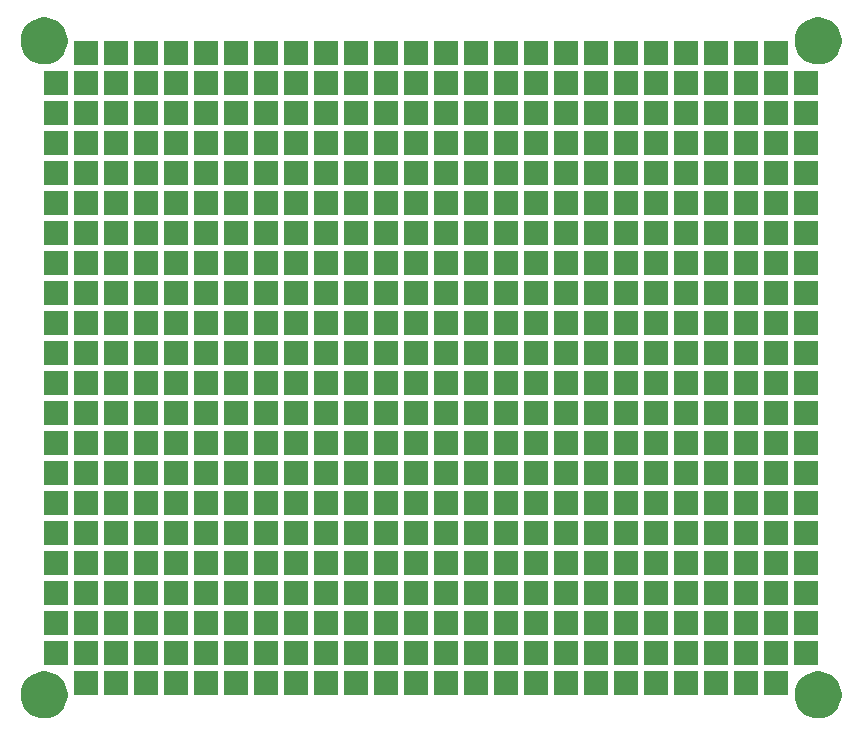
<source format=gbr>
%TF.GenerationSoftware,KiCad,Pcbnew,9.0.2*%
%TF.CreationDate,2025-08-09T13:20:03-07:00*%
%TF.ProjectId,perfidy-board,70657266-6964-4792-9d62-6f6172642e6b,1.1*%
%TF.SameCoordinates,Original*%
%TF.FileFunction,Soldermask,Top*%
%TF.FilePolarity,Negative*%
%FSLAX46Y46*%
G04 Gerber Fmt 4.6, Leading zero omitted, Abs format (unit mm)*
G04 Created by KiCad (PCBNEW 9.0.2) date 2025-08-09 13:20:03*
%MOMM*%
%LPD*%
G01*
G04 APERTURE LIST*
G04 APERTURE END LIST*
G36*
X98914181Y-121514429D02*
G01*
X99166879Y-121582140D01*
X99408577Y-121682255D01*
X99635140Y-121813061D01*
X99842692Y-121972320D01*
X100027680Y-122157308D01*
X100186939Y-122364860D01*
X100317745Y-122591423D01*
X100417860Y-122833121D01*
X100485571Y-123085819D01*
X100519718Y-123345194D01*
X100519718Y-123606806D01*
X100485571Y-123866181D01*
X100417860Y-124118879D01*
X100317745Y-124360577D01*
X100186939Y-124587140D01*
X100027680Y-124794692D01*
X99842692Y-124979680D01*
X99635140Y-125138939D01*
X99408577Y-125269745D01*
X99166879Y-125369860D01*
X98914181Y-125437571D01*
X98654806Y-125471718D01*
X98393194Y-125471718D01*
X98133819Y-125437571D01*
X97881121Y-125369860D01*
X97639423Y-125269745D01*
X97412860Y-125138939D01*
X97205308Y-124979680D01*
X97020320Y-124794692D01*
X96861061Y-124587140D01*
X96730255Y-124360577D01*
X96630140Y-124118879D01*
X96562429Y-123866181D01*
X96528282Y-123606806D01*
X96528282Y-123345194D01*
X96562429Y-123085819D01*
X96630140Y-122833121D01*
X96730255Y-122591423D01*
X96861061Y-122364860D01*
X97020320Y-122157308D01*
X97205308Y-121972320D01*
X97412860Y-121813061D01*
X97639423Y-121682255D01*
X97881121Y-121582140D01*
X98133819Y-121514429D01*
X98393194Y-121480282D01*
X98654806Y-121480282D01*
X98914181Y-121514429D01*
G37*
G36*
X164446181Y-121514429D02*
G01*
X164698879Y-121582140D01*
X164940577Y-121682255D01*
X165167140Y-121813061D01*
X165374692Y-121972320D01*
X165559680Y-122157308D01*
X165718939Y-122364860D01*
X165849745Y-122591423D01*
X165949860Y-122833121D01*
X166017571Y-123085819D01*
X166051718Y-123345194D01*
X166051718Y-123606806D01*
X166017571Y-123866181D01*
X165949860Y-124118879D01*
X165849745Y-124360577D01*
X165718939Y-124587140D01*
X165559680Y-124794692D01*
X165374692Y-124979680D01*
X165167140Y-125138939D01*
X164940577Y-125269745D01*
X164698879Y-125369860D01*
X164446181Y-125437571D01*
X164186806Y-125471718D01*
X163925194Y-125471718D01*
X163665819Y-125437571D01*
X163413121Y-125369860D01*
X163171423Y-125269745D01*
X162944860Y-125138939D01*
X162737308Y-124979680D01*
X162552320Y-124794692D01*
X162393061Y-124587140D01*
X162262255Y-124360577D01*
X162162140Y-124118879D01*
X162094429Y-123866181D01*
X162060282Y-123606806D01*
X162060282Y-123345194D01*
X162094429Y-123085819D01*
X162162140Y-122833121D01*
X162262255Y-122591423D01*
X162393061Y-122364860D01*
X162552320Y-122157308D01*
X162737308Y-121972320D01*
X162944860Y-121813061D01*
X163171423Y-121682255D01*
X163413121Y-121582140D01*
X163665819Y-121514429D01*
X163925194Y-121480282D01*
X164186806Y-121480282D01*
X164446181Y-121514429D01*
G37*
G36*
X103080000Y-123460000D02*
G01*
X101080000Y-123460000D01*
X101080000Y-121460000D01*
X103080000Y-121460000D01*
X103080000Y-123460000D01*
G37*
G36*
X105620000Y-123460000D02*
G01*
X103620000Y-123460000D01*
X103620000Y-121460000D01*
X105620000Y-121460000D01*
X105620000Y-123460000D01*
G37*
G36*
X108160000Y-123460000D02*
G01*
X106160000Y-123460000D01*
X106160000Y-121460000D01*
X108160000Y-121460000D01*
X108160000Y-123460000D01*
G37*
G36*
X110700000Y-123460000D02*
G01*
X108700000Y-123460000D01*
X108700000Y-121460000D01*
X110700000Y-121460000D01*
X110700000Y-123460000D01*
G37*
G36*
X113240000Y-123460000D02*
G01*
X111240000Y-123460000D01*
X111240000Y-121460000D01*
X113240000Y-121460000D01*
X113240000Y-123460000D01*
G37*
G36*
X115780000Y-123460000D02*
G01*
X113780000Y-123460000D01*
X113780000Y-121460000D01*
X115780000Y-121460000D01*
X115780000Y-123460000D01*
G37*
G36*
X118320000Y-123460000D02*
G01*
X116320000Y-123460000D01*
X116320000Y-121460000D01*
X118320000Y-121460000D01*
X118320000Y-123460000D01*
G37*
G36*
X120860000Y-123460000D02*
G01*
X118860000Y-123460000D01*
X118860000Y-121460000D01*
X120860000Y-121460000D01*
X120860000Y-123460000D01*
G37*
G36*
X123400000Y-123460000D02*
G01*
X121400000Y-123460000D01*
X121400000Y-121460000D01*
X123400000Y-121460000D01*
X123400000Y-123460000D01*
G37*
G36*
X125940000Y-123460000D02*
G01*
X123940000Y-123460000D01*
X123940000Y-121460000D01*
X125940000Y-121460000D01*
X125940000Y-123460000D01*
G37*
G36*
X128480000Y-123460000D02*
G01*
X126480000Y-123460000D01*
X126480000Y-121460000D01*
X128480000Y-121460000D01*
X128480000Y-123460000D01*
G37*
G36*
X131020000Y-123460000D02*
G01*
X129020000Y-123460000D01*
X129020000Y-121460000D01*
X131020000Y-121460000D01*
X131020000Y-123460000D01*
G37*
G36*
X133560000Y-123460000D02*
G01*
X131560000Y-123460000D01*
X131560000Y-121460000D01*
X133560000Y-121460000D01*
X133560000Y-123460000D01*
G37*
G36*
X136100000Y-123460000D02*
G01*
X134100000Y-123460000D01*
X134100000Y-121460000D01*
X136100000Y-121460000D01*
X136100000Y-123460000D01*
G37*
G36*
X138640000Y-123460000D02*
G01*
X136640000Y-123460000D01*
X136640000Y-121460000D01*
X138640000Y-121460000D01*
X138640000Y-123460000D01*
G37*
G36*
X141180000Y-123460000D02*
G01*
X139180000Y-123460000D01*
X139180000Y-121460000D01*
X141180000Y-121460000D01*
X141180000Y-123460000D01*
G37*
G36*
X143720000Y-123460000D02*
G01*
X141720000Y-123460000D01*
X141720000Y-121460000D01*
X143720000Y-121460000D01*
X143720000Y-123460000D01*
G37*
G36*
X146260000Y-123460000D02*
G01*
X144260000Y-123460000D01*
X144260000Y-121460000D01*
X146260000Y-121460000D01*
X146260000Y-123460000D01*
G37*
G36*
X148800000Y-123460000D02*
G01*
X146800000Y-123460000D01*
X146800000Y-121460000D01*
X148800000Y-121460000D01*
X148800000Y-123460000D01*
G37*
G36*
X151340000Y-123460000D02*
G01*
X149340000Y-123460000D01*
X149340000Y-121460000D01*
X151340000Y-121460000D01*
X151340000Y-123460000D01*
G37*
G36*
X153880000Y-123460000D02*
G01*
X151880000Y-123460000D01*
X151880000Y-121460000D01*
X153880000Y-121460000D01*
X153880000Y-123460000D01*
G37*
G36*
X156420000Y-123460000D02*
G01*
X154420000Y-123460000D01*
X154420000Y-121460000D01*
X156420000Y-121460000D01*
X156420000Y-123460000D01*
G37*
G36*
X158960000Y-123460000D02*
G01*
X156960000Y-123460000D01*
X156960000Y-121460000D01*
X158960000Y-121460000D01*
X158960000Y-123460000D01*
G37*
G36*
X161500000Y-123460000D02*
G01*
X159500000Y-123460000D01*
X159500000Y-121460000D01*
X161500000Y-121460000D01*
X161500000Y-123460000D01*
G37*
G36*
X100540000Y-120920000D02*
G01*
X98540000Y-120920000D01*
X98540000Y-118920000D01*
X100540000Y-118920000D01*
X100540000Y-120920000D01*
G37*
G36*
X103080000Y-120920000D02*
G01*
X101080000Y-120920000D01*
X101080000Y-118920000D01*
X103080000Y-118920000D01*
X103080000Y-120920000D01*
G37*
G36*
X105620000Y-120920000D02*
G01*
X103620000Y-120920000D01*
X103620000Y-118920000D01*
X105620000Y-118920000D01*
X105620000Y-120920000D01*
G37*
G36*
X108160000Y-120920000D02*
G01*
X106160000Y-120920000D01*
X106160000Y-118920000D01*
X108160000Y-118920000D01*
X108160000Y-120920000D01*
G37*
G36*
X110700000Y-120920000D02*
G01*
X108700000Y-120920000D01*
X108700000Y-118920000D01*
X110700000Y-118920000D01*
X110700000Y-120920000D01*
G37*
G36*
X113240000Y-120920000D02*
G01*
X111240000Y-120920000D01*
X111240000Y-118920000D01*
X113240000Y-118920000D01*
X113240000Y-120920000D01*
G37*
G36*
X115780000Y-120920000D02*
G01*
X113780000Y-120920000D01*
X113780000Y-118920000D01*
X115780000Y-118920000D01*
X115780000Y-120920000D01*
G37*
G36*
X118320000Y-120920000D02*
G01*
X116320000Y-120920000D01*
X116320000Y-118920000D01*
X118320000Y-118920000D01*
X118320000Y-120920000D01*
G37*
G36*
X120860000Y-120920000D02*
G01*
X118860000Y-120920000D01*
X118860000Y-118920000D01*
X120860000Y-118920000D01*
X120860000Y-120920000D01*
G37*
G36*
X123400000Y-120920000D02*
G01*
X121400000Y-120920000D01*
X121400000Y-118920000D01*
X123400000Y-118920000D01*
X123400000Y-120920000D01*
G37*
G36*
X125940000Y-120920000D02*
G01*
X123940000Y-120920000D01*
X123940000Y-118920000D01*
X125940000Y-118920000D01*
X125940000Y-120920000D01*
G37*
G36*
X128480000Y-120920000D02*
G01*
X126480000Y-120920000D01*
X126480000Y-118920000D01*
X128480000Y-118920000D01*
X128480000Y-120920000D01*
G37*
G36*
X131020000Y-120920000D02*
G01*
X129020000Y-120920000D01*
X129020000Y-118920000D01*
X131020000Y-118920000D01*
X131020000Y-120920000D01*
G37*
G36*
X133560000Y-120920000D02*
G01*
X131560000Y-120920000D01*
X131560000Y-118920000D01*
X133560000Y-118920000D01*
X133560000Y-120920000D01*
G37*
G36*
X136100000Y-120920000D02*
G01*
X134100000Y-120920000D01*
X134100000Y-118920000D01*
X136100000Y-118920000D01*
X136100000Y-120920000D01*
G37*
G36*
X138640000Y-120920000D02*
G01*
X136640000Y-120920000D01*
X136640000Y-118920000D01*
X138640000Y-118920000D01*
X138640000Y-120920000D01*
G37*
G36*
X141180000Y-120920000D02*
G01*
X139180000Y-120920000D01*
X139180000Y-118920000D01*
X141180000Y-118920000D01*
X141180000Y-120920000D01*
G37*
G36*
X143720000Y-120920000D02*
G01*
X141720000Y-120920000D01*
X141720000Y-118920000D01*
X143720000Y-118920000D01*
X143720000Y-120920000D01*
G37*
G36*
X146260000Y-120920000D02*
G01*
X144260000Y-120920000D01*
X144260000Y-118920000D01*
X146260000Y-118920000D01*
X146260000Y-120920000D01*
G37*
G36*
X148800000Y-120920000D02*
G01*
X146800000Y-120920000D01*
X146800000Y-118920000D01*
X148800000Y-118920000D01*
X148800000Y-120920000D01*
G37*
G36*
X151340000Y-120920000D02*
G01*
X149340000Y-120920000D01*
X149340000Y-118920000D01*
X151340000Y-118920000D01*
X151340000Y-120920000D01*
G37*
G36*
X153880000Y-120920000D02*
G01*
X151880000Y-120920000D01*
X151880000Y-118920000D01*
X153880000Y-118920000D01*
X153880000Y-120920000D01*
G37*
G36*
X156420000Y-120920000D02*
G01*
X154420000Y-120920000D01*
X154420000Y-118920000D01*
X156420000Y-118920000D01*
X156420000Y-120920000D01*
G37*
G36*
X158960000Y-120920000D02*
G01*
X156960000Y-120920000D01*
X156960000Y-118920000D01*
X158960000Y-118920000D01*
X158960000Y-120920000D01*
G37*
G36*
X161500000Y-120920000D02*
G01*
X159500000Y-120920000D01*
X159500000Y-118920000D01*
X161500000Y-118920000D01*
X161500000Y-120920000D01*
G37*
G36*
X164040000Y-120920000D02*
G01*
X162040000Y-120920000D01*
X162040000Y-118920000D01*
X164040000Y-118920000D01*
X164040000Y-120920000D01*
G37*
G36*
X100540000Y-118380000D02*
G01*
X98540000Y-118380000D01*
X98540000Y-116380000D01*
X100540000Y-116380000D01*
X100540000Y-118380000D01*
G37*
G36*
X103080000Y-118380000D02*
G01*
X101080000Y-118380000D01*
X101080000Y-116380000D01*
X103080000Y-116380000D01*
X103080000Y-118380000D01*
G37*
G36*
X105620000Y-118380000D02*
G01*
X103620000Y-118380000D01*
X103620000Y-116380000D01*
X105620000Y-116380000D01*
X105620000Y-118380000D01*
G37*
G36*
X108160000Y-118380000D02*
G01*
X106160000Y-118380000D01*
X106160000Y-116380000D01*
X108160000Y-116380000D01*
X108160000Y-118380000D01*
G37*
G36*
X110700000Y-118380000D02*
G01*
X108700000Y-118380000D01*
X108700000Y-116380000D01*
X110700000Y-116380000D01*
X110700000Y-118380000D01*
G37*
G36*
X113240000Y-118380000D02*
G01*
X111240000Y-118380000D01*
X111240000Y-116380000D01*
X113240000Y-116380000D01*
X113240000Y-118380000D01*
G37*
G36*
X115780000Y-118380000D02*
G01*
X113780000Y-118380000D01*
X113780000Y-116380000D01*
X115780000Y-116380000D01*
X115780000Y-118380000D01*
G37*
G36*
X118320000Y-118380000D02*
G01*
X116320000Y-118380000D01*
X116320000Y-116380000D01*
X118320000Y-116380000D01*
X118320000Y-118380000D01*
G37*
G36*
X120860000Y-118380000D02*
G01*
X118860000Y-118380000D01*
X118860000Y-116380000D01*
X120860000Y-116380000D01*
X120860000Y-118380000D01*
G37*
G36*
X123400000Y-118380000D02*
G01*
X121400000Y-118380000D01*
X121400000Y-116380000D01*
X123400000Y-116380000D01*
X123400000Y-118380000D01*
G37*
G36*
X125940000Y-118380000D02*
G01*
X123940000Y-118380000D01*
X123940000Y-116380000D01*
X125940000Y-116380000D01*
X125940000Y-118380000D01*
G37*
G36*
X128480000Y-118380000D02*
G01*
X126480000Y-118380000D01*
X126480000Y-116380000D01*
X128480000Y-116380000D01*
X128480000Y-118380000D01*
G37*
G36*
X131020000Y-118380000D02*
G01*
X129020000Y-118380000D01*
X129020000Y-116380000D01*
X131020000Y-116380000D01*
X131020000Y-118380000D01*
G37*
G36*
X133560000Y-118380000D02*
G01*
X131560000Y-118380000D01*
X131560000Y-116380000D01*
X133560000Y-116380000D01*
X133560000Y-118380000D01*
G37*
G36*
X136100000Y-118380000D02*
G01*
X134100000Y-118380000D01*
X134100000Y-116380000D01*
X136100000Y-116380000D01*
X136100000Y-118380000D01*
G37*
G36*
X138640000Y-118380000D02*
G01*
X136640000Y-118380000D01*
X136640000Y-116380000D01*
X138640000Y-116380000D01*
X138640000Y-118380000D01*
G37*
G36*
X141180000Y-118380000D02*
G01*
X139180000Y-118380000D01*
X139180000Y-116380000D01*
X141180000Y-116380000D01*
X141180000Y-118380000D01*
G37*
G36*
X143720000Y-118380000D02*
G01*
X141720000Y-118380000D01*
X141720000Y-116380000D01*
X143720000Y-116380000D01*
X143720000Y-118380000D01*
G37*
G36*
X146260000Y-118380000D02*
G01*
X144260000Y-118380000D01*
X144260000Y-116380000D01*
X146260000Y-116380000D01*
X146260000Y-118380000D01*
G37*
G36*
X148800000Y-118380000D02*
G01*
X146800000Y-118380000D01*
X146800000Y-116380000D01*
X148800000Y-116380000D01*
X148800000Y-118380000D01*
G37*
G36*
X151340000Y-118380000D02*
G01*
X149340000Y-118380000D01*
X149340000Y-116380000D01*
X151340000Y-116380000D01*
X151340000Y-118380000D01*
G37*
G36*
X153880000Y-118380000D02*
G01*
X151880000Y-118380000D01*
X151880000Y-116380000D01*
X153880000Y-116380000D01*
X153880000Y-118380000D01*
G37*
G36*
X156420000Y-118380000D02*
G01*
X154420000Y-118380000D01*
X154420000Y-116380000D01*
X156420000Y-116380000D01*
X156420000Y-118380000D01*
G37*
G36*
X158960000Y-118380000D02*
G01*
X156960000Y-118380000D01*
X156960000Y-116380000D01*
X158960000Y-116380000D01*
X158960000Y-118380000D01*
G37*
G36*
X161500000Y-118380000D02*
G01*
X159500000Y-118380000D01*
X159500000Y-116380000D01*
X161500000Y-116380000D01*
X161500000Y-118380000D01*
G37*
G36*
X164040000Y-118380000D02*
G01*
X162040000Y-118380000D01*
X162040000Y-116380000D01*
X164040000Y-116380000D01*
X164040000Y-118380000D01*
G37*
G36*
X100540000Y-115840000D02*
G01*
X98540000Y-115840000D01*
X98540000Y-113840000D01*
X100540000Y-113840000D01*
X100540000Y-115840000D01*
G37*
G36*
X103080000Y-115840000D02*
G01*
X101080000Y-115840000D01*
X101080000Y-113840000D01*
X103080000Y-113840000D01*
X103080000Y-115840000D01*
G37*
G36*
X105620000Y-115840000D02*
G01*
X103620000Y-115840000D01*
X103620000Y-113840000D01*
X105620000Y-113840000D01*
X105620000Y-115840000D01*
G37*
G36*
X108160000Y-115840000D02*
G01*
X106160000Y-115840000D01*
X106160000Y-113840000D01*
X108160000Y-113840000D01*
X108160000Y-115840000D01*
G37*
G36*
X110700000Y-115840000D02*
G01*
X108700000Y-115840000D01*
X108700000Y-113840000D01*
X110700000Y-113840000D01*
X110700000Y-115840000D01*
G37*
G36*
X113240000Y-115840000D02*
G01*
X111240000Y-115840000D01*
X111240000Y-113840000D01*
X113240000Y-113840000D01*
X113240000Y-115840000D01*
G37*
G36*
X115780000Y-115840000D02*
G01*
X113780000Y-115840000D01*
X113780000Y-113840000D01*
X115780000Y-113840000D01*
X115780000Y-115840000D01*
G37*
G36*
X118320000Y-115840000D02*
G01*
X116320000Y-115840000D01*
X116320000Y-113840000D01*
X118320000Y-113840000D01*
X118320000Y-115840000D01*
G37*
G36*
X120860000Y-115840000D02*
G01*
X118860000Y-115840000D01*
X118860000Y-113840000D01*
X120860000Y-113840000D01*
X120860000Y-115840000D01*
G37*
G36*
X123400000Y-115840000D02*
G01*
X121400000Y-115840000D01*
X121400000Y-113840000D01*
X123400000Y-113840000D01*
X123400000Y-115840000D01*
G37*
G36*
X125940000Y-115840000D02*
G01*
X123940000Y-115840000D01*
X123940000Y-113840000D01*
X125940000Y-113840000D01*
X125940000Y-115840000D01*
G37*
G36*
X128480000Y-115840000D02*
G01*
X126480000Y-115840000D01*
X126480000Y-113840000D01*
X128480000Y-113840000D01*
X128480000Y-115840000D01*
G37*
G36*
X131020000Y-115840000D02*
G01*
X129020000Y-115840000D01*
X129020000Y-113840000D01*
X131020000Y-113840000D01*
X131020000Y-115840000D01*
G37*
G36*
X133560000Y-115840000D02*
G01*
X131560000Y-115840000D01*
X131560000Y-113840000D01*
X133560000Y-113840000D01*
X133560000Y-115840000D01*
G37*
G36*
X136100000Y-115840000D02*
G01*
X134100000Y-115840000D01*
X134100000Y-113840000D01*
X136100000Y-113840000D01*
X136100000Y-115840000D01*
G37*
G36*
X138640000Y-115840000D02*
G01*
X136640000Y-115840000D01*
X136640000Y-113840000D01*
X138640000Y-113840000D01*
X138640000Y-115840000D01*
G37*
G36*
X141180000Y-115840000D02*
G01*
X139180000Y-115840000D01*
X139180000Y-113840000D01*
X141180000Y-113840000D01*
X141180000Y-115840000D01*
G37*
G36*
X143720000Y-115840000D02*
G01*
X141720000Y-115840000D01*
X141720000Y-113840000D01*
X143720000Y-113840000D01*
X143720000Y-115840000D01*
G37*
G36*
X146260000Y-115840000D02*
G01*
X144260000Y-115840000D01*
X144260000Y-113840000D01*
X146260000Y-113840000D01*
X146260000Y-115840000D01*
G37*
G36*
X148800000Y-115840000D02*
G01*
X146800000Y-115840000D01*
X146800000Y-113840000D01*
X148800000Y-113840000D01*
X148800000Y-115840000D01*
G37*
G36*
X151340000Y-115840000D02*
G01*
X149340000Y-115840000D01*
X149340000Y-113840000D01*
X151340000Y-113840000D01*
X151340000Y-115840000D01*
G37*
G36*
X153880000Y-115840000D02*
G01*
X151880000Y-115840000D01*
X151880000Y-113840000D01*
X153880000Y-113840000D01*
X153880000Y-115840000D01*
G37*
G36*
X156420000Y-115840000D02*
G01*
X154420000Y-115840000D01*
X154420000Y-113840000D01*
X156420000Y-113840000D01*
X156420000Y-115840000D01*
G37*
G36*
X158960000Y-115840000D02*
G01*
X156960000Y-115840000D01*
X156960000Y-113840000D01*
X158960000Y-113840000D01*
X158960000Y-115840000D01*
G37*
G36*
X161500000Y-115840000D02*
G01*
X159500000Y-115840000D01*
X159500000Y-113840000D01*
X161500000Y-113840000D01*
X161500000Y-115840000D01*
G37*
G36*
X164040000Y-115840000D02*
G01*
X162040000Y-115840000D01*
X162040000Y-113840000D01*
X164040000Y-113840000D01*
X164040000Y-115840000D01*
G37*
G36*
X100540000Y-113300000D02*
G01*
X98540000Y-113300000D01*
X98540000Y-111300000D01*
X100540000Y-111300000D01*
X100540000Y-113300000D01*
G37*
G36*
X103080000Y-113300000D02*
G01*
X101080000Y-113300000D01*
X101080000Y-111300000D01*
X103080000Y-111300000D01*
X103080000Y-113300000D01*
G37*
G36*
X105620000Y-113300000D02*
G01*
X103620000Y-113300000D01*
X103620000Y-111300000D01*
X105620000Y-111300000D01*
X105620000Y-113300000D01*
G37*
G36*
X108160000Y-113300000D02*
G01*
X106160000Y-113300000D01*
X106160000Y-111300000D01*
X108160000Y-111300000D01*
X108160000Y-113300000D01*
G37*
G36*
X110700000Y-113300000D02*
G01*
X108700000Y-113300000D01*
X108700000Y-111300000D01*
X110700000Y-111300000D01*
X110700000Y-113300000D01*
G37*
G36*
X113240000Y-113300000D02*
G01*
X111240000Y-113300000D01*
X111240000Y-111300000D01*
X113240000Y-111300000D01*
X113240000Y-113300000D01*
G37*
G36*
X115780000Y-113300000D02*
G01*
X113780000Y-113300000D01*
X113780000Y-111300000D01*
X115780000Y-111300000D01*
X115780000Y-113300000D01*
G37*
G36*
X118320000Y-113300000D02*
G01*
X116320000Y-113300000D01*
X116320000Y-111300000D01*
X118320000Y-111300000D01*
X118320000Y-113300000D01*
G37*
G36*
X120860000Y-113300000D02*
G01*
X118860000Y-113300000D01*
X118860000Y-111300000D01*
X120860000Y-111300000D01*
X120860000Y-113300000D01*
G37*
G36*
X123400000Y-113300000D02*
G01*
X121400000Y-113300000D01*
X121400000Y-111300000D01*
X123400000Y-111300000D01*
X123400000Y-113300000D01*
G37*
G36*
X125940000Y-113300000D02*
G01*
X123940000Y-113300000D01*
X123940000Y-111300000D01*
X125940000Y-111300000D01*
X125940000Y-113300000D01*
G37*
G36*
X128480000Y-113300000D02*
G01*
X126480000Y-113300000D01*
X126480000Y-111300000D01*
X128480000Y-111300000D01*
X128480000Y-113300000D01*
G37*
G36*
X131020000Y-113300000D02*
G01*
X129020000Y-113300000D01*
X129020000Y-111300000D01*
X131020000Y-111300000D01*
X131020000Y-113300000D01*
G37*
G36*
X133560000Y-113300000D02*
G01*
X131560000Y-113300000D01*
X131560000Y-111300000D01*
X133560000Y-111300000D01*
X133560000Y-113300000D01*
G37*
G36*
X136100000Y-113300000D02*
G01*
X134100000Y-113300000D01*
X134100000Y-111300000D01*
X136100000Y-111300000D01*
X136100000Y-113300000D01*
G37*
G36*
X138640000Y-113300000D02*
G01*
X136640000Y-113300000D01*
X136640000Y-111300000D01*
X138640000Y-111300000D01*
X138640000Y-113300000D01*
G37*
G36*
X141180000Y-113300000D02*
G01*
X139180000Y-113300000D01*
X139180000Y-111300000D01*
X141180000Y-111300000D01*
X141180000Y-113300000D01*
G37*
G36*
X143720000Y-113300000D02*
G01*
X141720000Y-113300000D01*
X141720000Y-111300000D01*
X143720000Y-111300000D01*
X143720000Y-113300000D01*
G37*
G36*
X146260000Y-113300000D02*
G01*
X144260000Y-113300000D01*
X144260000Y-111300000D01*
X146260000Y-111300000D01*
X146260000Y-113300000D01*
G37*
G36*
X148800000Y-113300000D02*
G01*
X146800000Y-113300000D01*
X146800000Y-111300000D01*
X148800000Y-111300000D01*
X148800000Y-113300000D01*
G37*
G36*
X151340000Y-113300000D02*
G01*
X149340000Y-113300000D01*
X149340000Y-111300000D01*
X151340000Y-111300000D01*
X151340000Y-113300000D01*
G37*
G36*
X153880000Y-113300000D02*
G01*
X151880000Y-113300000D01*
X151880000Y-111300000D01*
X153880000Y-111300000D01*
X153880000Y-113300000D01*
G37*
G36*
X156420000Y-113300000D02*
G01*
X154420000Y-113300000D01*
X154420000Y-111300000D01*
X156420000Y-111300000D01*
X156420000Y-113300000D01*
G37*
G36*
X158960000Y-113300000D02*
G01*
X156960000Y-113300000D01*
X156960000Y-111300000D01*
X158960000Y-111300000D01*
X158960000Y-113300000D01*
G37*
G36*
X161500000Y-113300000D02*
G01*
X159500000Y-113300000D01*
X159500000Y-111300000D01*
X161500000Y-111300000D01*
X161500000Y-113300000D01*
G37*
G36*
X164040000Y-113300000D02*
G01*
X162040000Y-113300000D01*
X162040000Y-111300000D01*
X164040000Y-111300000D01*
X164040000Y-113300000D01*
G37*
G36*
X100540000Y-110760000D02*
G01*
X98540000Y-110760000D01*
X98540000Y-108760000D01*
X100540000Y-108760000D01*
X100540000Y-110760000D01*
G37*
G36*
X103080000Y-110760000D02*
G01*
X101080000Y-110760000D01*
X101080000Y-108760000D01*
X103080000Y-108760000D01*
X103080000Y-110760000D01*
G37*
G36*
X105620000Y-110760000D02*
G01*
X103620000Y-110760000D01*
X103620000Y-108760000D01*
X105620000Y-108760000D01*
X105620000Y-110760000D01*
G37*
G36*
X108160000Y-110760000D02*
G01*
X106160000Y-110760000D01*
X106160000Y-108760000D01*
X108160000Y-108760000D01*
X108160000Y-110760000D01*
G37*
G36*
X110700000Y-110760000D02*
G01*
X108700000Y-110760000D01*
X108700000Y-108760000D01*
X110700000Y-108760000D01*
X110700000Y-110760000D01*
G37*
G36*
X113240000Y-110760000D02*
G01*
X111240000Y-110760000D01*
X111240000Y-108760000D01*
X113240000Y-108760000D01*
X113240000Y-110760000D01*
G37*
G36*
X115780000Y-110760000D02*
G01*
X113780000Y-110760000D01*
X113780000Y-108760000D01*
X115780000Y-108760000D01*
X115780000Y-110760000D01*
G37*
G36*
X118320000Y-110760000D02*
G01*
X116320000Y-110760000D01*
X116320000Y-108760000D01*
X118320000Y-108760000D01*
X118320000Y-110760000D01*
G37*
G36*
X120860000Y-110760000D02*
G01*
X118860000Y-110760000D01*
X118860000Y-108760000D01*
X120860000Y-108760000D01*
X120860000Y-110760000D01*
G37*
G36*
X123400000Y-110760000D02*
G01*
X121400000Y-110760000D01*
X121400000Y-108760000D01*
X123400000Y-108760000D01*
X123400000Y-110760000D01*
G37*
G36*
X125940000Y-110760000D02*
G01*
X123940000Y-110760000D01*
X123940000Y-108760000D01*
X125940000Y-108760000D01*
X125940000Y-110760000D01*
G37*
G36*
X128480000Y-110760000D02*
G01*
X126480000Y-110760000D01*
X126480000Y-108760000D01*
X128480000Y-108760000D01*
X128480000Y-110760000D01*
G37*
G36*
X131020000Y-110760000D02*
G01*
X129020000Y-110760000D01*
X129020000Y-108760000D01*
X131020000Y-108760000D01*
X131020000Y-110760000D01*
G37*
G36*
X133560000Y-110760000D02*
G01*
X131560000Y-110760000D01*
X131560000Y-108760000D01*
X133560000Y-108760000D01*
X133560000Y-110760000D01*
G37*
G36*
X136100000Y-110760000D02*
G01*
X134100000Y-110760000D01*
X134100000Y-108760000D01*
X136100000Y-108760000D01*
X136100000Y-110760000D01*
G37*
G36*
X138640000Y-110760000D02*
G01*
X136640000Y-110760000D01*
X136640000Y-108760000D01*
X138640000Y-108760000D01*
X138640000Y-110760000D01*
G37*
G36*
X141180000Y-110760000D02*
G01*
X139180000Y-110760000D01*
X139180000Y-108760000D01*
X141180000Y-108760000D01*
X141180000Y-110760000D01*
G37*
G36*
X143720000Y-110760000D02*
G01*
X141720000Y-110760000D01*
X141720000Y-108760000D01*
X143720000Y-108760000D01*
X143720000Y-110760000D01*
G37*
G36*
X146260000Y-110760000D02*
G01*
X144260000Y-110760000D01*
X144260000Y-108760000D01*
X146260000Y-108760000D01*
X146260000Y-110760000D01*
G37*
G36*
X148800000Y-110760000D02*
G01*
X146800000Y-110760000D01*
X146800000Y-108760000D01*
X148800000Y-108760000D01*
X148800000Y-110760000D01*
G37*
G36*
X151340000Y-110760000D02*
G01*
X149340000Y-110760000D01*
X149340000Y-108760000D01*
X151340000Y-108760000D01*
X151340000Y-110760000D01*
G37*
G36*
X153880000Y-110760000D02*
G01*
X151880000Y-110760000D01*
X151880000Y-108760000D01*
X153880000Y-108760000D01*
X153880000Y-110760000D01*
G37*
G36*
X156420000Y-110760000D02*
G01*
X154420000Y-110760000D01*
X154420000Y-108760000D01*
X156420000Y-108760000D01*
X156420000Y-110760000D01*
G37*
G36*
X158960000Y-110760000D02*
G01*
X156960000Y-110760000D01*
X156960000Y-108760000D01*
X158960000Y-108760000D01*
X158960000Y-110760000D01*
G37*
G36*
X161500000Y-110760000D02*
G01*
X159500000Y-110760000D01*
X159500000Y-108760000D01*
X161500000Y-108760000D01*
X161500000Y-110760000D01*
G37*
G36*
X164040000Y-110760000D02*
G01*
X162040000Y-110760000D01*
X162040000Y-108760000D01*
X164040000Y-108760000D01*
X164040000Y-110760000D01*
G37*
G36*
X100540000Y-108220000D02*
G01*
X98540000Y-108220000D01*
X98540000Y-106220000D01*
X100540000Y-106220000D01*
X100540000Y-108220000D01*
G37*
G36*
X103080000Y-108220000D02*
G01*
X101080000Y-108220000D01*
X101080000Y-106220000D01*
X103080000Y-106220000D01*
X103080000Y-108220000D01*
G37*
G36*
X105620000Y-108220000D02*
G01*
X103620000Y-108220000D01*
X103620000Y-106220000D01*
X105620000Y-106220000D01*
X105620000Y-108220000D01*
G37*
G36*
X108160000Y-108220000D02*
G01*
X106160000Y-108220000D01*
X106160000Y-106220000D01*
X108160000Y-106220000D01*
X108160000Y-108220000D01*
G37*
G36*
X110700000Y-108220000D02*
G01*
X108700000Y-108220000D01*
X108700000Y-106220000D01*
X110700000Y-106220000D01*
X110700000Y-108220000D01*
G37*
G36*
X113240000Y-108220000D02*
G01*
X111240000Y-108220000D01*
X111240000Y-106220000D01*
X113240000Y-106220000D01*
X113240000Y-108220000D01*
G37*
G36*
X115780000Y-108220000D02*
G01*
X113780000Y-108220000D01*
X113780000Y-106220000D01*
X115780000Y-106220000D01*
X115780000Y-108220000D01*
G37*
G36*
X118320000Y-108220000D02*
G01*
X116320000Y-108220000D01*
X116320000Y-106220000D01*
X118320000Y-106220000D01*
X118320000Y-108220000D01*
G37*
G36*
X120860000Y-108220000D02*
G01*
X118860000Y-108220000D01*
X118860000Y-106220000D01*
X120860000Y-106220000D01*
X120860000Y-108220000D01*
G37*
G36*
X123400000Y-108220000D02*
G01*
X121400000Y-108220000D01*
X121400000Y-106220000D01*
X123400000Y-106220000D01*
X123400000Y-108220000D01*
G37*
G36*
X125940000Y-108220000D02*
G01*
X123940000Y-108220000D01*
X123940000Y-106220000D01*
X125940000Y-106220000D01*
X125940000Y-108220000D01*
G37*
G36*
X128480000Y-108220000D02*
G01*
X126480000Y-108220000D01*
X126480000Y-106220000D01*
X128480000Y-106220000D01*
X128480000Y-108220000D01*
G37*
G36*
X131020000Y-108220000D02*
G01*
X129020000Y-108220000D01*
X129020000Y-106220000D01*
X131020000Y-106220000D01*
X131020000Y-108220000D01*
G37*
G36*
X133560000Y-108220000D02*
G01*
X131560000Y-108220000D01*
X131560000Y-106220000D01*
X133560000Y-106220000D01*
X133560000Y-108220000D01*
G37*
G36*
X136100000Y-108220000D02*
G01*
X134100000Y-108220000D01*
X134100000Y-106220000D01*
X136100000Y-106220000D01*
X136100000Y-108220000D01*
G37*
G36*
X138640000Y-108220000D02*
G01*
X136640000Y-108220000D01*
X136640000Y-106220000D01*
X138640000Y-106220000D01*
X138640000Y-108220000D01*
G37*
G36*
X141180000Y-108220000D02*
G01*
X139180000Y-108220000D01*
X139180000Y-106220000D01*
X141180000Y-106220000D01*
X141180000Y-108220000D01*
G37*
G36*
X143720000Y-108220000D02*
G01*
X141720000Y-108220000D01*
X141720000Y-106220000D01*
X143720000Y-106220000D01*
X143720000Y-108220000D01*
G37*
G36*
X146260000Y-108220000D02*
G01*
X144260000Y-108220000D01*
X144260000Y-106220000D01*
X146260000Y-106220000D01*
X146260000Y-108220000D01*
G37*
G36*
X148800000Y-108220000D02*
G01*
X146800000Y-108220000D01*
X146800000Y-106220000D01*
X148800000Y-106220000D01*
X148800000Y-108220000D01*
G37*
G36*
X151340000Y-108220000D02*
G01*
X149340000Y-108220000D01*
X149340000Y-106220000D01*
X151340000Y-106220000D01*
X151340000Y-108220000D01*
G37*
G36*
X153880000Y-108220000D02*
G01*
X151880000Y-108220000D01*
X151880000Y-106220000D01*
X153880000Y-106220000D01*
X153880000Y-108220000D01*
G37*
G36*
X156420000Y-108220000D02*
G01*
X154420000Y-108220000D01*
X154420000Y-106220000D01*
X156420000Y-106220000D01*
X156420000Y-108220000D01*
G37*
G36*
X158960000Y-108220000D02*
G01*
X156960000Y-108220000D01*
X156960000Y-106220000D01*
X158960000Y-106220000D01*
X158960000Y-108220000D01*
G37*
G36*
X161500000Y-108220000D02*
G01*
X159500000Y-108220000D01*
X159500000Y-106220000D01*
X161500000Y-106220000D01*
X161500000Y-108220000D01*
G37*
G36*
X164040000Y-108220000D02*
G01*
X162040000Y-108220000D01*
X162040000Y-106220000D01*
X164040000Y-106220000D01*
X164040000Y-108220000D01*
G37*
G36*
X100540000Y-105680000D02*
G01*
X98540000Y-105680000D01*
X98540000Y-103680000D01*
X100540000Y-103680000D01*
X100540000Y-105680000D01*
G37*
G36*
X103080000Y-105680000D02*
G01*
X101080000Y-105680000D01*
X101080000Y-103680000D01*
X103080000Y-103680000D01*
X103080000Y-105680000D01*
G37*
G36*
X105620000Y-105680000D02*
G01*
X103620000Y-105680000D01*
X103620000Y-103680000D01*
X105620000Y-103680000D01*
X105620000Y-105680000D01*
G37*
G36*
X108160000Y-105680000D02*
G01*
X106160000Y-105680000D01*
X106160000Y-103680000D01*
X108160000Y-103680000D01*
X108160000Y-105680000D01*
G37*
G36*
X110700000Y-105680000D02*
G01*
X108700000Y-105680000D01*
X108700000Y-103680000D01*
X110700000Y-103680000D01*
X110700000Y-105680000D01*
G37*
G36*
X113240000Y-105680000D02*
G01*
X111240000Y-105680000D01*
X111240000Y-103680000D01*
X113240000Y-103680000D01*
X113240000Y-105680000D01*
G37*
G36*
X115780000Y-105680000D02*
G01*
X113780000Y-105680000D01*
X113780000Y-103680000D01*
X115780000Y-103680000D01*
X115780000Y-105680000D01*
G37*
G36*
X118320000Y-105680000D02*
G01*
X116320000Y-105680000D01*
X116320000Y-103680000D01*
X118320000Y-103680000D01*
X118320000Y-105680000D01*
G37*
G36*
X120860000Y-105680000D02*
G01*
X118860000Y-105680000D01*
X118860000Y-103680000D01*
X120860000Y-103680000D01*
X120860000Y-105680000D01*
G37*
G36*
X123400000Y-105680000D02*
G01*
X121400000Y-105680000D01*
X121400000Y-103680000D01*
X123400000Y-103680000D01*
X123400000Y-105680000D01*
G37*
G36*
X125940000Y-105680000D02*
G01*
X123940000Y-105680000D01*
X123940000Y-103680000D01*
X125940000Y-103680000D01*
X125940000Y-105680000D01*
G37*
G36*
X128480000Y-105680000D02*
G01*
X126480000Y-105680000D01*
X126480000Y-103680000D01*
X128480000Y-103680000D01*
X128480000Y-105680000D01*
G37*
G36*
X131020000Y-105680000D02*
G01*
X129020000Y-105680000D01*
X129020000Y-103680000D01*
X131020000Y-103680000D01*
X131020000Y-105680000D01*
G37*
G36*
X133560000Y-105680000D02*
G01*
X131560000Y-105680000D01*
X131560000Y-103680000D01*
X133560000Y-103680000D01*
X133560000Y-105680000D01*
G37*
G36*
X136100000Y-105680000D02*
G01*
X134100000Y-105680000D01*
X134100000Y-103680000D01*
X136100000Y-103680000D01*
X136100000Y-105680000D01*
G37*
G36*
X138640000Y-105680000D02*
G01*
X136640000Y-105680000D01*
X136640000Y-103680000D01*
X138640000Y-103680000D01*
X138640000Y-105680000D01*
G37*
G36*
X141180000Y-105680000D02*
G01*
X139180000Y-105680000D01*
X139180000Y-103680000D01*
X141180000Y-103680000D01*
X141180000Y-105680000D01*
G37*
G36*
X143720000Y-105680000D02*
G01*
X141720000Y-105680000D01*
X141720000Y-103680000D01*
X143720000Y-103680000D01*
X143720000Y-105680000D01*
G37*
G36*
X146260000Y-105680000D02*
G01*
X144260000Y-105680000D01*
X144260000Y-103680000D01*
X146260000Y-103680000D01*
X146260000Y-105680000D01*
G37*
G36*
X148800000Y-105680000D02*
G01*
X146800000Y-105680000D01*
X146800000Y-103680000D01*
X148800000Y-103680000D01*
X148800000Y-105680000D01*
G37*
G36*
X151340000Y-105680000D02*
G01*
X149340000Y-105680000D01*
X149340000Y-103680000D01*
X151340000Y-103680000D01*
X151340000Y-105680000D01*
G37*
G36*
X153880000Y-105680000D02*
G01*
X151880000Y-105680000D01*
X151880000Y-103680000D01*
X153880000Y-103680000D01*
X153880000Y-105680000D01*
G37*
G36*
X156420000Y-105680000D02*
G01*
X154420000Y-105680000D01*
X154420000Y-103680000D01*
X156420000Y-103680000D01*
X156420000Y-105680000D01*
G37*
G36*
X158960000Y-105680000D02*
G01*
X156960000Y-105680000D01*
X156960000Y-103680000D01*
X158960000Y-103680000D01*
X158960000Y-105680000D01*
G37*
G36*
X161500000Y-105680000D02*
G01*
X159500000Y-105680000D01*
X159500000Y-103680000D01*
X161500000Y-103680000D01*
X161500000Y-105680000D01*
G37*
G36*
X164040000Y-105680000D02*
G01*
X162040000Y-105680000D01*
X162040000Y-103680000D01*
X164040000Y-103680000D01*
X164040000Y-105680000D01*
G37*
G36*
X100540000Y-103140000D02*
G01*
X98540000Y-103140000D01*
X98540000Y-101140000D01*
X100540000Y-101140000D01*
X100540000Y-103140000D01*
G37*
G36*
X103080000Y-103140000D02*
G01*
X101080000Y-103140000D01*
X101080000Y-101140000D01*
X103080000Y-101140000D01*
X103080000Y-103140000D01*
G37*
G36*
X105620000Y-103140000D02*
G01*
X103620000Y-103140000D01*
X103620000Y-101140000D01*
X105620000Y-101140000D01*
X105620000Y-103140000D01*
G37*
G36*
X108160000Y-103140000D02*
G01*
X106160000Y-103140000D01*
X106160000Y-101140000D01*
X108160000Y-101140000D01*
X108160000Y-103140000D01*
G37*
G36*
X110700000Y-103140000D02*
G01*
X108700000Y-103140000D01*
X108700000Y-101140000D01*
X110700000Y-101140000D01*
X110700000Y-103140000D01*
G37*
G36*
X113240000Y-103140000D02*
G01*
X111240000Y-103140000D01*
X111240000Y-101140000D01*
X113240000Y-101140000D01*
X113240000Y-103140000D01*
G37*
G36*
X115780000Y-103140000D02*
G01*
X113780000Y-103140000D01*
X113780000Y-101140000D01*
X115780000Y-101140000D01*
X115780000Y-103140000D01*
G37*
G36*
X118320000Y-103140000D02*
G01*
X116320000Y-103140000D01*
X116320000Y-101140000D01*
X118320000Y-101140000D01*
X118320000Y-103140000D01*
G37*
G36*
X120860000Y-103140000D02*
G01*
X118860000Y-103140000D01*
X118860000Y-101140000D01*
X120860000Y-101140000D01*
X120860000Y-103140000D01*
G37*
G36*
X123400000Y-103140000D02*
G01*
X121400000Y-103140000D01*
X121400000Y-101140000D01*
X123400000Y-101140000D01*
X123400000Y-103140000D01*
G37*
G36*
X125940000Y-103140000D02*
G01*
X123940000Y-103140000D01*
X123940000Y-101140000D01*
X125940000Y-101140000D01*
X125940000Y-103140000D01*
G37*
G36*
X128480000Y-103140000D02*
G01*
X126480000Y-103140000D01*
X126480000Y-101140000D01*
X128480000Y-101140000D01*
X128480000Y-103140000D01*
G37*
G36*
X131020000Y-103140000D02*
G01*
X129020000Y-103140000D01*
X129020000Y-101140000D01*
X131020000Y-101140000D01*
X131020000Y-103140000D01*
G37*
G36*
X133560000Y-103140000D02*
G01*
X131560000Y-103140000D01*
X131560000Y-101140000D01*
X133560000Y-101140000D01*
X133560000Y-103140000D01*
G37*
G36*
X136100000Y-103140000D02*
G01*
X134100000Y-103140000D01*
X134100000Y-101140000D01*
X136100000Y-101140000D01*
X136100000Y-103140000D01*
G37*
G36*
X138640000Y-103140000D02*
G01*
X136640000Y-103140000D01*
X136640000Y-101140000D01*
X138640000Y-101140000D01*
X138640000Y-103140000D01*
G37*
G36*
X141180000Y-103140000D02*
G01*
X139180000Y-103140000D01*
X139180000Y-101140000D01*
X141180000Y-101140000D01*
X141180000Y-103140000D01*
G37*
G36*
X143720000Y-103140000D02*
G01*
X141720000Y-103140000D01*
X141720000Y-101140000D01*
X143720000Y-101140000D01*
X143720000Y-103140000D01*
G37*
G36*
X146260000Y-103140000D02*
G01*
X144260000Y-103140000D01*
X144260000Y-101140000D01*
X146260000Y-101140000D01*
X146260000Y-103140000D01*
G37*
G36*
X148800000Y-103140000D02*
G01*
X146800000Y-103140000D01*
X146800000Y-101140000D01*
X148800000Y-101140000D01*
X148800000Y-103140000D01*
G37*
G36*
X151340000Y-103140000D02*
G01*
X149340000Y-103140000D01*
X149340000Y-101140000D01*
X151340000Y-101140000D01*
X151340000Y-103140000D01*
G37*
G36*
X153880000Y-103140000D02*
G01*
X151880000Y-103140000D01*
X151880000Y-101140000D01*
X153880000Y-101140000D01*
X153880000Y-103140000D01*
G37*
G36*
X156420000Y-103140000D02*
G01*
X154420000Y-103140000D01*
X154420000Y-101140000D01*
X156420000Y-101140000D01*
X156420000Y-103140000D01*
G37*
G36*
X158960000Y-103140000D02*
G01*
X156960000Y-103140000D01*
X156960000Y-101140000D01*
X158960000Y-101140000D01*
X158960000Y-103140000D01*
G37*
G36*
X161500000Y-103140000D02*
G01*
X159500000Y-103140000D01*
X159500000Y-101140000D01*
X161500000Y-101140000D01*
X161500000Y-103140000D01*
G37*
G36*
X164040000Y-103140000D02*
G01*
X162040000Y-103140000D01*
X162040000Y-101140000D01*
X164040000Y-101140000D01*
X164040000Y-103140000D01*
G37*
G36*
X100540000Y-100600000D02*
G01*
X98540000Y-100600000D01*
X98540000Y-98600000D01*
X100540000Y-98600000D01*
X100540000Y-100600000D01*
G37*
G36*
X103080000Y-100600000D02*
G01*
X101080000Y-100600000D01*
X101080000Y-98600000D01*
X103080000Y-98600000D01*
X103080000Y-100600000D01*
G37*
G36*
X105620000Y-100600000D02*
G01*
X103620000Y-100600000D01*
X103620000Y-98600000D01*
X105620000Y-98600000D01*
X105620000Y-100600000D01*
G37*
G36*
X108160000Y-100600000D02*
G01*
X106160000Y-100600000D01*
X106160000Y-98600000D01*
X108160000Y-98600000D01*
X108160000Y-100600000D01*
G37*
G36*
X110700000Y-100600000D02*
G01*
X108700000Y-100600000D01*
X108700000Y-98600000D01*
X110700000Y-98600000D01*
X110700000Y-100600000D01*
G37*
G36*
X113240000Y-100600000D02*
G01*
X111240000Y-100600000D01*
X111240000Y-98600000D01*
X113240000Y-98600000D01*
X113240000Y-100600000D01*
G37*
G36*
X115780000Y-100600000D02*
G01*
X113780000Y-100600000D01*
X113780000Y-98600000D01*
X115780000Y-98600000D01*
X115780000Y-100600000D01*
G37*
G36*
X118320000Y-100600000D02*
G01*
X116320000Y-100600000D01*
X116320000Y-98600000D01*
X118320000Y-98600000D01*
X118320000Y-100600000D01*
G37*
G36*
X120860000Y-100600000D02*
G01*
X118860000Y-100600000D01*
X118860000Y-98600000D01*
X120860000Y-98600000D01*
X120860000Y-100600000D01*
G37*
G36*
X123400000Y-100600000D02*
G01*
X121400000Y-100600000D01*
X121400000Y-98600000D01*
X123400000Y-98600000D01*
X123400000Y-100600000D01*
G37*
G36*
X125940000Y-100600000D02*
G01*
X123940000Y-100600000D01*
X123940000Y-98600000D01*
X125940000Y-98600000D01*
X125940000Y-100600000D01*
G37*
G36*
X128480000Y-100600000D02*
G01*
X126480000Y-100600000D01*
X126480000Y-98600000D01*
X128480000Y-98600000D01*
X128480000Y-100600000D01*
G37*
G36*
X131020000Y-100600000D02*
G01*
X129020000Y-100600000D01*
X129020000Y-98600000D01*
X131020000Y-98600000D01*
X131020000Y-100600000D01*
G37*
G36*
X133560000Y-100600000D02*
G01*
X131560000Y-100600000D01*
X131560000Y-98600000D01*
X133560000Y-98600000D01*
X133560000Y-100600000D01*
G37*
G36*
X136100000Y-100600000D02*
G01*
X134100000Y-100600000D01*
X134100000Y-98600000D01*
X136100000Y-98600000D01*
X136100000Y-100600000D01*
G37*
G36*
X138640000Y-100600000D02*
G01*
X136640000Y-100600000D01*
X136640000Y-98600000D01*
X138640000Y-98600000D01*
X138640000Y-100600000D01*
G37*
G36*
X141180000Y-100600000D02*
G01*
X139180000Y-100600000D01*
X139180000Y-98600000D01*
X141180000Y-98600000D01*
X141180000Y-100600000D01*
G37*
G36*
X143720000Y-100600000D02*
G01*
X141720000Y-100600000D01*
X141720000Y-98600000D01*
X143720000Y-98600000D01*
X143720000Y-100600000D01*
G37*
G36*
X146260000Y-100600000D02*
G01*
X144260000Y-100600000D01*
X144260000Y-98600000D01*
X146260000Y-98600000D01*
X146260000Y-100600000D01*
G37*
G36*
X148800000Y-100600000D02*
G01*
X146800000Y-100600000D01*
X146800000Y-98600000D01*
X148800000Y-98600000D01*
X148800000Y-100600000D01*
G37*
G36*
X151340000Y-100600000D02*
G01*
X149340000Y-100600000D01*
X149340000Y-98600000D01*
X151340000Y-98600000D01*
X151340000Y-100600000D01*
G37*
G36*
X153880000Y-100600000D02*
G01*
X151880000Y-100600000D01*
X151880000Y-98600000D01*
X153880000Y-98600000D01*
X153880000Y-100600000D01*
G37*
G36*
X156420000Y-100600000D02*
G01*
X154420000Y-100600000D01*
X154420000Y-98600000D01*
X156420000Y-98600000D01*
X156420000Y-100600000D01*
G37*
G36*
X158960000Y-100600000D02*
G01*
X156960000Y-100600000D01*
X156960000Y-98600000D01*
X158960000Y-98600000D01*
X158960000Y-100600000D01*
G37*
G36*
X161500000Y-100600000D02*
G01*
X159500000Y-100600000D01*
X159500000Y-98600000D01*
X161500000Y-98600000D01*
X161500000Y-100600000D01*
G37*
G36*
X164040000Y-100600000D02*
G01*
X162040000Y-100600000D01*
X162040000Y-98600000D01*
X164040000Y-98600000D01*
X164040000Y-100600000D01*
G37*
G36*
X100540000Y-98060000D02*
G01*
X98540000Y-98060000D01*
X98540000Y-96060000D01*
X100540000Y-96060000D01*
X100540000Y-98060000D01*
G37*
G36*
X103080000Y-98060000D02*
G01*
X101080000Y-98060000D01*
X101080000Y-96060000D01*
X103080000Y-96060000D01*
X103080000Y-98060000D01*
G37*
G36*
X105620000Y-98060000D02*
G01*
X103620000Y-98060000D01*
X103620000Y-96060000D01*
X105620000Y-96060000D01*
X105620000Y-98060000D01*
G37*
G36*
X108160000Y-98060000D02*
G01*
X106160000Y-98060000D01*
X106160000Y-96060000D01*
X108160000Y-96060000D01*
X108160000Y-98060000D01*
G37*
G36*
X110700000Y-98060000D02*
G01*
X108700000Y-98060000D01*
X108700000Y-96060000D01*
X110700000Y-96060000D01*
X110700000Y-98060000D01*
G37*
G36*
X113240000Y-98060000D02*
G01*
X111240000Y-98060000D01*
X111240000Y-96060000D01*
X113240000Y-96060000D01*
X113240000Y-98060000D01*
G37*
G36*
X115780000Y-98060000D02*
G01*
X113780000Y-98060000D01*
X113780000Y-96060000D01*
X115780000Y-96060000D01*
X115780000Y-98060000D01*
G37*
G36*
X118320000Y-98060000D02*
G01*
X116320000Y-98060000D01*
X116320000Y-96060000D01*
X118320000Y-96060000D01*
X118320000Y-98060000D01*
G37*
G36*
X120860000Y-98060000D02*
G01*
X118860000Y-98060000D01*
X118860000Y-96060000D01*
X120860000Y-96060000D01*
X120860000Y-98060000D01*
G37*
G36*
X123400000Y-98060000D02*
G01*
X121400000Y-98060000D01*
X121400000Y-96060000D01*
X123400000Y-96060000D01*
X123400000Y-98060000D01*
G37*
G36*
X125940000Y-98060000D02*
G01*
X123940000Y-98060000D01*
X123940000Y-96060000D01*
X125940000Y-96060000D01*
X125940000Y-98060000D01*
G37*
G36*
X128480000Y-98060000D02*
G01*
X126480000Y-98060000D01*
X126480000Y-96060000D01*
X128480000Y-96060000D01*
X128480000Y-98060000D01*
G37*
G36*
X131020000Y-98060000D02*
G01*
X129020000Y-98060000D01*
X129020000Y-96060000D01*
X131020000Y-96060000D01*
X131020000Y-98060000D01*
G37*
G36*
X133560000Y-98060000D02*
G01*
X131560000Y-98060000D01*
X131560000Y-96060000D01*
X133560000Y-96060000D01*
X133560000Y-98060000D01*
G37*
G36*
X136100000Y-98060000D02*
G01*
X134100000Y-98060000D01*
X134100000Y-96060000D01*
X136100000Y-96060000D01*
X136100000Y-98060000D01*
G37*
G36*
X138640000Y-98060000D02*
G01*
X136640000Y-98060000D01*
X136640000Y-96060000D01*
X138640000Y-96060000D01*
X138640000Y-98060000D01*
G37*
G36*
X141180000Y-98060000D02*
G01*
X139180000Y-98060000D01*
X139180000Y-96060000D01*
X141180000Y-96060000D01*
X141180000Y-98060000D01*
G37*
G36*
X143720000Y-98060000D02*
G01*
X141720000Y-98060000D01*
X141720000Y-96060000D01*
X143720000Y-96060000D01*
X143720000Y-98060000D01*
G37*
G36*
X146260000Y-98060000D02*
G01*
X144260000Y-98060000D01*
X144260000Y-96060000D01*
X146260000Y-96060000D01*
X146260000Y-98060000D01*
G37*
G36*
X148800000Y-98060000D02*
G01*
X146800000Y-98060000D01*
X146800000Y-96060000D01*
X148800000Y-96060000D01*
X148800000Y-98060000D01*
G37*
G36*
X151340000Y-98060000D02*
G01*
X149340000Y-98060000D01*
X149340000Y-96060000D01*
X151340000Y-96060000D01*
X151340000Y-98060000D01*
G37*
G36*
X153880000Y-98060000D02*
G01*
X151880000Y-98060000D01*
X151880000Y-96060000D01*
X153880000Y-96060000D01*
X153880000Y-98060000D01*
G37*
G36*
X156420000Y-98060000D02*
G01*
X154420000Y-98060000D01*
X154420000Y-96060000D01*
X156420000Y-96060000D01*
X156420000Y-98060000D01*
G37*
G36*
X158960000Y-98060000D02*
G01*
X156960000Y-98060000D01*
X156960000Y-96060000D01*
X158960000Y-96060000D01*
X158960000Y-98060000D01*
G37*
G36*
X161500000Y-98060000D02*
G01*
X159500000Y-98060000D01*
X159500000Y-96060000D01*
X161500000Y-96060000D01*
X161500000Y-98060000D01*
G37*
G36*
X164040000Y-98060000D02*
G01*
X162040000Y-98060000D01*
X162040000Y-96060000D01*
X164040000Y-96060000D01*
X164040000Y-98060000D01*
G37*
G36*
X100540000Y-95520000D02*
G01*
X98540000Y-95520000D01*
X98540000Y-93520000D01*
X100540000Y-93520000D01*
X100540000Y-95520000D01*
G37*
G36*
X103080000Y-95520000D02*
G01*
X101080000Y-95520000D01*
X101080000Y-93520000D01*
X103080000Y-93520000D01*
X103080000Y-95520000D01*
G37*
G36*
X105620000Y-95520000D02*
G01*
X103620000Y-95520000D01*
X103620000Y-93520000D01*
X105620000Y-93520000D01*
X105620000Y-95520000D01*
G37*
G36*
X108160000Y-95520000D02*
G01*
X106160000Y-95520000D01*
X106160000Y-93520000D01*
X108160000Y-93520000D01*
X108160000Y-95520000D01*
G37*
G36*
X110700000Y-95520000D02*
G01*
X108700000Y-95520000D01*
X108700000Y-93520000D01*
X110700000Y-93520000D01*
X110700000Y-95520000D01*
G37*
G36*
X113240000Y-95520000D02*
G01*
X111240000Y-95520000D01*
X111240000Y-93520000D01*
X113240000Y-93520000D01*
X113240000Y-95520000D01*
G37*
G36*
X115780000Y-95520000D02*
G01*
X113780000Y-95520000D01*
X113780000Y-93520000D01*
X115780000Y-93520000D01*
X115780000Y-95520000D01*
G37*
G36*
X118320000Y-95520000D02*
G01*
X116320000Y-95520000D01*
X116320000Y-93520000D01*
X118320000Y-93520000D01*
X118320000Y-95520000D01*
G37*
G36*
X120860000Y-95520000D02*
G01*
X118860000Y-95520000D01*
X118860000Y-93520000D01*
X120860000Y-93520000D01*
X120860000Y-95520000D01*
G37*
G36*
X123400000Y-95520000D02*
G01*
X121400000Y-95520000D01*
X121400000Y-93520000D01*
X123400000Y-93520000D01*
X123400000Y-95520000D01*
G37*
G36*
X125940000Y-95520000D02*
G01*
X123940000Y-95520000D01*
X123940000Y-93520000D01*
X125940000Y-93520000D01*
X125940000Y-95520000D01*
G37*
G36*
X128480000Y-95520000D02*
G01*
X126480000Y-95520000D01*
X126480000Y-93520000D01*
X128480000Y-93520000D01*
X128480000Y-95520000D01*
G37*
G36*
X131020000Y-95520000D02*
G01*
X129020000Y-95520000D01*
X129020000Y-93520000D01*
X131020000Y-93520000D01*
X131020000Y-95520000D01*
G37*
G36*
X133560000Y-95520000D02*
G01*
X131560000Y-95520000D01*
X131560000Y-93520000D01*
X133560000Y-93520000D01*
X133560000Y-95520000D01*
G37*
G36*
X136100000Y-95520000D02*
G01*
X134100000Y-95520000D01*
X134100000Y-93520000D01*
X136100000Y-93520000D01*
X136100000Y-95520000D01*
G37*
G36*
X138640000Y-95520000D02*
G01*
X136640000Y-95520000D01*
X136640000Y-93520000D01*
X138640000Y-93520000D01*
X138640000Y-95520000D01*
G37*
G36*
X141180000Y-95520000D02*
G01*
X139180000Y-95520000D01*
X139180000Y-93520000D01*
X141180000Y-93520000D01*
X141180000Y-95520000D01*
G37*
G36*
X143720000Y-95520000D02*
G01*
X141720000Y-95520000D01*
X141720000Y-93520000D01*
X143720000Y-93520000D01*
X143720000Y-95520000D01*
G37*
G36*
X146260000Y-95520000D02*
G01*
X144260000Y-95520000D01*
X144260000Y-93520000D01*
X146260000Y-93520000D01*
X146260000Y-95520000D01*
G37*
G36*
X148800000Y-95520000D02*
G01*
X146800000Y-95520000D01*
X146800000Y-93520000D01*
X148800000Y-93520000D01*
X148800000Y-95520000D01*
G37*
G36*
X151340000Y-95520000D02*
G01*
X149340000Y-95520000D01*
X149340000Y-93520000D01*
X151340000Y-93520000D01*
X151340000Y-95520000D01*
G37*
G36*
X153880000Y-95520000D02*
G01*
X151880000Y-95520000D01*
X151880000Y-93520000D01*
X153880000Y-93520000D01*
X153880000Y-95520000D01*
G37*
G36*
X156420000Y-95520000D02*
G01*
X154420000Y-95520000D01*
X154420000Y-93520000D01*
X156420000Y-93520000D01*
X156420000Y-95520000D01*
G37*
G36*
X158960000Y-95520000D02*
G01*
X156960000Y-95520000D01*
X156960000Y-93520000D01*
X158960000Y-93520000D01*
X158960000Y-95520000D01*
G37*
G36*
X161500000Y-95520000D02*
G01*
X159500000Y-95520000D01*
X159500000Y-93520000D01*
X161500000Y-93520000D01*
X161500000Y-95520000D01*
G37*
G36*
X164040000Y-95520000D02*
G01*
X162040000Y-95520000D01*
X162040000Y-93520000D01*
X164040000Y-93520000D01*
X164040000Y-95520000D01*
G37*
G36*
X100540000Y-92980000D02*
G01*
X98540000Y-92980000D01*
X98540000Y-90980000D01*
X100540000Y-90980000D01*
X100540000Y-92980000D01*
G37*
G36*
X103080000Y-92980000D02*
G01*
X101080000Y-92980000D01*
X101080000Y-90980000D01*
X103080000Y-90980000D01*
X103080000Y-92980000D01*
G37*
G36*
X105620000Y-92980000D02*
G01*
X103620000Y-92980000D01*
X103620000Y-90980000D01*
X105620000Y-90980000D01*
X105620000Y-92980000D01*
G37*
G36*
X108160000Y-92980000D02*
G01*
X106160000Y-92980000D01*
X106160000Y-90980000D01*
X108160000Y-90980000D01*
X108160000Y-92980000D01*
G37*
G36*
X110700000Y-92980000D02*
G01*
X108700000Y-92980000D01*
X108700000Y-90980000D01*
X110700000Y-90980000D01*
X110700000Y-92980000D01*
G37*
G36*
X113240000Y-92980000D02*
G01*
X111240000Y-92980000D01*
X111240000Y-90980000D01*
X113240000Y-90980000D01*
X113240000Y-92980000D01*
G37*
G36*
X115780000Y-92980000D02*
G01*
X113780000Y-92980000D01*
X113780000Y-90980000D01*
X115780000Y-90980000D01*
X115780000Y-92980000D01*
G37*
G36*
X118320000Y-92980000D02*
G01*
X116320000Y-92980000D01*
X116320000Y-90980000D01*
X118320000Y-90980000D01*
X118320000Y-92980000D01*
G37*
G36*
X120860000Y-92980000D02*
G01*
X118860000Y-92980000D01*
X118860000Y-90980000D01*
X120860000Y-90980000D01*
X120860000Y-92980000D01*
G37*
G36*
X123400000Y-92980000D02*
G01*
X121400000Y-92980000D01*
X121400000Y-90980000D01*
X123400000Y-90980000D01*
X123400000Y-92980000D01*
G37*
G36*
X125940000Y-92980000D02*
G01*
X123940000Y-92980000D01*
X123940000Y-90980000D01*
X125940000Y-90980000D01*
X125940000Y-92980000D01*
G37*
G36*
X128480000Y-92980000D02*
G01*
X126480000Y-92980000D01*
X126480000Y-90980000D01*
X128480000Y-90980000D01*
X128480000Y-92980000D01*
G37*
G36*
X131020000Y-92980000D02*
G01*
X129020000Y-92980000D01*
X129020000Y-90980000D01*
X131020000Y-90980000D01*
X131020000Y-92980000D01*
G37*
G36*
X133560000Y-92980000D02*
G01*
X131560000Y-92980000D01*
X131560000Y-90980000D01*
X133560000Y-90980000D01*
X133560000Y-92980000D01*
G37*
G36*
X136100000Y-92980000D02*
G01*
X134100000Y-92980000D01*
X134100000Y-90980000D01*
X136100000Y-90980000D01*
X136100000Y-92980000D01*
G37*
G36*
X138640000Y-92980000D02*
G01*
X136640000Y-92980000D01*
X136640000Y-90980000D01*
X138640000Y-90980000D01*
X138640000Y-92980000D01*
G37*
G36*
X141180000Y-92980000D02*
G01*
X139180000Y-92980000D01*
X139180000Y-90980000D01*
X141180000Y-90980000D01*
X141180000Y-92980000D01*
G37*
G36*
X143720000Y-92980000D02*
G01*
X141720000Y-92980000D01*
X141720000Y-90980000D01*
X143720000Y-90980000D01*
X143720000Y-92980000D01*
G37*
G36*
X146260000Y-92980000D02*
G01*
X144260000Y-92980000D01*
X144260000Y-90980000D01*
X146260000Y-90980000D01*
X146260000Y-92980000D01*
G37*
G36*
X148800000Y-92980000D02*
G01*
X146800000Y-92980000D01*
X146800000Y-90980000D01*
X148800000Y-90980000D01*
X148800000Y-92980000D01*
G37*
G36*
X151340000Y-92980000D02*
G01*
X149340000Y-92980000D01*
X149340000Y-90980000D01*
X151340000Y-90980000D01*
X151340000Y-92980000D01*
G37*
G36*
X153880000Y-92980000D02*
G01*
X151880000Y-92980000D01*
X151880000Y-90980000D01*
X153880000Y-90980000D01*
X153880000Y-92980000D01*
G37*
G36*
X156420000Y-92980000D02*
G01*
X154420000Y-92980000D01*
X154420000Y-90980000D01*
X156420000Y-90980000D01*
X156420000Y-92980000D01*
G37*
G36*
X158960000Y-92980000D02*
G01*
X156960000Y-92980000D01*
X156960000Y-90980000D01*
X158960000Y-90980000D01*
X158960000Y-92980000D01*
G37*
G36*
X161500000Y-92980000D02*
G01*
X159500000Y-92980000D01*
X159500000Y-90980000D01*
X161500000Y-90980000D01*
X161500000Y-92980000D01*
G37*
G36*
X164040000Y-92980000D02*
G01*
X162040000Y-92980000D01*
X162040000Y-90980000D01*
X164040000Y-90980000D01*
X164040000Y-92980000D01*
G37*
G36*
X100540000Y-90440000D02*
G01*
X98540000Y-90440000D01*
X98540000Y-88440000D01*
X100540000Y-88440000D01*
X100540000Y-90440000D01*
G37*
G36*
X103080000Y-90440000D02*
G01*
X101080000Y-90440000D01*
X101080000Y-88440000D01*
X103080000Y-88440000D01*
X103080000Y-90440000D01*
G37*
G36*
X105620000Y-90440000D02*
G01*
X103620000Y-90440000D01*
X103620000Y-88440000D01*
X105620000Y-88440000D01*
X105620000Y-90440000D01*
G37*
G36*
X108160000Y-90440000D02*
G01*
X106160000Y-90440000D01*
X106160000Y-88440000D01*
X108160000Y-88440000D01*
X108160000Y-90440000D01*
G37*
G36*
X110700000Y-90440000D02*
G01*
X108700000Y-90440000D01*
X108700000Y-88440000D01*
X110700000Y-88440000D01*
X110700000Y-90440000D01*
G37*
G36*
X113240000Y-90440000D02*
G01*
X111240000Y-90440000D01*
X111240000Y-88440000D01*
X113240000Y-88440000D01*
X113240000Y-90440000D01*
G37*
G36*
X115780000Y-90440000D02*
G01*
X113780000Y-90440000D01*
X113780000Y-88440000D01*
X115780000Y-88440000D01*
X115780000Y-90440000D01*
G37*
G36*
X118320000Y-90440000D02*
G01*
X116320000Y-90440000D01*
X116320000Y-88440000D01*
X118320000Y-88440000D01*
X118320000Y-90440000D01*
G37*
G36*
X120860000Y-90440000D02*
G01*
X118860000Y-90440000D01*
X118860000Y-88440000D01*
X120860000Y-88440000D01*
X120860000Y-90440000D01*
G37*
G36*
X123400000Y-90440000D02*
G01*
X121400000Y-90440000D01*
X121400000Y-88440000D01*
X123400000Y-88440000D01*
X123400000Y-90440000D01*
G37*
G36*
X125940000Y-90440000D02*
G01*
X123940000Y-90440000D01*
X123940000Y-88440000D01*
X125940000Y-88440000D01*
X125940000Y-90440000D01*
G37*
G36*
X128480000Y-90440000D02*
G01*
X126480000Y-90440000D01*
X126480000Y-88440000D01*
X128480000Y-88440000D01*
X128480000Y-90440000D01*
G37*
G36*
X131020000Y-90440000D02*
G01*
X129020000Y-90440000D01*
X129020000Y-88440000D01*
X131020000Y-88440000D01*
X131020000Y-90440000D01*
G37*
G36*
X133560000Y-90440000D02*
G01*
X131560000Y-90440000D01*
X131560000Y-88440000D01*
X133560000Y-88440000D01*
X133560000Y-90440000D01*
G37*
G36*
X136100000Y-90440000D02*
G01*
X134100000Y-90440000D01*
X134100000Y-88440000D01*
X136100000Y-88440000D01*
X136100000Y-90440000D01*
G37*
G36*
X138640000Y-90440000D02*
G01*
X136640000Y-90440000D01*
X136640000Y-88440000D01*
X138640000Y-88440000D01*
X138640000Y-90440000D01*
G37*
G36*
X141180000Y-90440000D02*
G01*
X139180000Y-90440000D01*
X139180000Y-88440000D01*
X141180000Y-88440000D01*
X141180000Y-90440000D01*
G37*
G36*
X143720000Y-90440000D02*
G01*
X141720000Y-90440000D01*
X141720000Y-88440000D01*
X143720000Y-88440000D01*
X143720000Y-90440000D01*
G37*
G36*
X146260000Y-90440000D02*
G01*
X144260000Y-90440000D01*
X144260000Y-88440000D01*
X146260000Y-88440000D01*
X146260000Y-90440000D01*
G37*
G36*
X148800000Y-90440000D02*
G01*
X146800000Y-90440000D01*
X146800000Y-88440000D01*
X148800000Y-88440000D01*
X148800000Y-90440000D01*
G37*
G36*
X151340000Y-90440000D02*
G01*
X149340000Y-90440000D01*
X149340000Y-88440000D01*
X151340000Y-88440000D01*
X151340000Y-90440000D01*
G37*
G36*
X153880000Y-90440000D02*
G01*
X151880000Y-90440000D01*
X151880000Y-88440000D01*
X153880000Y-88440000D01*
X153880000Y-90440000D01*
G37*
G36*
X156420000Y-90440000D02*
G01*
X154420000Y-90440000D01*
X154420000Y-88440000D01*
X156420000Y-88440000D01*
X156420000Y-90440000D01*
G37*
G36*
X158960000Y-90440000D02*
G01*
X156960000Y-90440000D01*
X156960000Y-88440000D01*
X158960000Y-88440000D01*
X158960000Y-90440000D01*
G37*
G36*
X161500000Y-90440000D02*
G01*
X159500000Y-90440000D01*
X159500000Y-88440000D01*
X161500000Y-88440000D01*
X161500000Y-90440000D01*
G37*
G36*
X164040000Y-90440000D02*
G01*
X162040000Y-90440000D01*
X162040000Y-88440000D01*
X164040000Y-88440000D01*
X164040000Y-90440000D01*
G37*
G36*
X100540000Y-87900000D02*
G01*
X98540000Y-87900000D01*
X98540000Y-85900000D01*
X100540000Y-85900000D01*
X100540000Y-87900000D01*
G37*
G36*
X103080000Y-87900000D02*
G01*
X101080000Y-87900000D01*
X101080000Y-85900000D01*
X103080000Y-85900000D01*
X103080000Y-87900000D01*
G37*
G36*
X105620000Y-87900000D02*
G01*
X103620000Y-87900000D01*
X103620000Y-85900000D01*
X105620000Y-85900000D01*
X105620000Y-87900000D01*
G37*
G36*
X108160000Y-87900000D02*
G01*
X106160000Y-87900000D01*
X106160000Y-85900000D01*
X108160000Y-85900000D01*
X108160000Y-87900000D01*
G37*
G36*
X110700000Y-87900000D02*
G01*
X108700000Y-87900000D01*
X108700000Y-85900000D01*
X110700000Y-85900000D01*
X110700000Y-87900000D01*
G37*
G36*
X113240000Y-87900000D02*
G01*
X111240000Y-87900000D01*
X111240000Y-85900000D01*
X113240000Y-85900000D01*
X113240000Y-87900000D01*
G37*
G36*
X115780000Y-87900000D02*
G01*
X113780000Y-87900000D01*
X113780000Y-85900000D01*
X115780000Y-85900000D01*
X115780000Y-87900000D01*
G37*
G36*
X118320000Y-87900000D02*
G01*
X116320000Y-87900000D01*
X116320000Y-85900000D01*
X118320000Y-85900000D01*
X118320000Y-87900000D01*
G37*
G36*
X120860000Y-87900000D02*
G01*
X118860000Y-87900000D01*
X118860000Y-85900000D01*
X120860000Y-85900000D01*
X120860000Y-87900000D01*
G37*
G36*
X123400000Y-87900000D02*
G01*
X121400000Y-87900000D01*
X121400000Y-85900000D01*
X123400000Y-85900000D01*
X123400000Y-87900000D01*
G37*
G36*
X125940000Y-87900000D02*
G01*
X123940000Y-87900000D01*
X123940000Y-85900000D01*
X125940000Y-85900000D01*
X125940000Y-87900000D01*
G37*
G36*
X128480000Y-87900000D02*
G01*
X126480000Y-87900000D01*
X126480000Y-85900000D01*
X128480000Y-85900000D01*
X128480000Y-87900000D01*
G37*
G36*
X131020000Y-87900000D02*
G01*
X129020000Y-87900000D01*
X129020000Y-85900000D01*
X131020000Y-85900000D01*
X131020000Y-87900000D01*
G37*
G36*
X133560000Y-87900000D02*
G01*
X131560000Y-87900000D01*
X131560000Y-85900000D01*
X133560000Y-85900000D01*
X133560000Y-87900000D01*
G37*
G36*
X136100000Y-87900000D02*
G01*
X134100000Y-87900000D01*
X134100000Y-85900000D01*
X136100000Y-85900000D01*
X136100000Y-87900000D01*
G37*
G36*
X138640000Y-87900000D02*
G01*
X136640000Y-87900000D01*
X136640000Y-85900000D01*
X138640000Y-85900000D01*
X138640000Y-87900000D01*
G37*
G36*
X141180000Y-87900000D02*
G01*
X139180000Y-87900000D01*
X139180000Y-85900000D01*
X141180000Y-85900000D01*
X141180000Y-87900000D01*
G37*
G36*
X143720000Y-87900000D02*
G01*
X141720000Y-87900000D01*
X141720000Y-85900000D01*
X143720000Y-85900000D01*
X143720000Y-87900000D01*
G37*
G36*
X146260000Y-87900000D02*
G01*
X144260000Y-87900000D01*
X144260000Y-85900000D01*
X146260000Y-85900000D01*
X146260000Y-87900000D01*
G37*
G36*
X148800000Y-87900000D02*
G01*
X146800000Y-87900000D01*
X146800000Y-85900000D01*
X148800000Y-85900000D01*
X148800000Y-87900000D01*
G37*
G36*
X151340000Y-87900000D02*
G01*
X149340000Y-87900000D01*
X149340000Y-85900000D01*
X151340000Y-85900000D01*
X151340000Y-87900000D01*
G37*
G36*
X153880000Y-87900000D02*
G01*
X151880000Y-87900000D01*
X151880000Y-85900000D01*
X153880000Y-85900000D01*
X153880000Y-87900000D01*
G37*
G36*
X156420000Y-87900000D02*
G01*
X154420000Y-87900000D01*
X154420000Y-85900000D01*
X156420000Y-85900000D01*
X156420000Y-87900000D01*
G37*
G36*
X158960000Y-87900000D02*
G01*
X156960000Y-87900000D01*
X156960000Y-85900000D01*
X158960000Y-85900000D01*
X158960000Y-87900000D01*
G37*
G36*
X161500000Y-87900000D02*
G01*
X159500000Y-87900000D01*
X159500000Y-85900000D01*
X161500000Y-85900000D01*
X161500000Y-87900000D01*
G37*
G36*
X164040000Y-87900000D02*
G01*
X162040000Y-87900000D01*
X162040000Y-85900000D01*
X164040000Y-85900000D01*
X164040000Y-87900000D01*
G37*
G36*
X100540000Y-85360000D02*
G01*
X98540000Y-85360000D01*
X98540000Y-83360000D01*
X100540000Y-83360000D01*
X100540000Y-85360000D01*
G37*
G36*
X103080000Y-85360000D02*
G01*
X101080000Y-85360000D01*
X101080000Y-83360000D01*
X103080000Y-83360000D01*
X103080000Y-85360000D01*
G37*
G36*
X105620000Y-85360000D02*
G01*
X103620000Y-85360000D01*
X103620000Y-83360000D01*
X105620000Y-83360000D01*
X105620000Y-85360000D01*
G37*
G36*
X108160000Y-85360000D02*
G01*
X106160000Y-85360000D01*
X106160000Y-83360000D01*
X108160000Y-83360000D01*
X108160000Y-85360000D01*
G37*
G36*
X110700000Y-85360000D02*
G01*
X108700000Y-85360000D01*
X108700000Y-83360000D01*
X110700000Y-83360000D01*
X110700000Y-85360000D01*
G37*
G36*
X113240000Y-85360000D02*
G01*
X111240000Y-85360000D01*
X111240000Y-83360000D01*
X113240000Y-83360000D01*
X113240000Y-85360000D01*
G37*
G36*
X115780000Y-85360000D02*
G01*
X113780000Y-85360000D01*
X113780000Y-83360000D01*
X115780000Y-83360000D01*
X115780000Y-85360000D01*
G37*
G36*
X118320000Y-85360000D02*
G01*
X116320000Y-85360000D01*
X116320000Y-83360000D01*
X118320000Y-83360000D01*
X118320000Y-85360000D01*
G37*
G36*
X120860000Y-85360000D02*
G01*
X118860000Y-85360000D01*
X118860000Y-83360000D01*
X120860000Y-83360000D01*
X120860000Y-85360000D01*
G37*
G36*
X123400000Y-85360000D02*
G01*
X121400000Y-85360000D01*
X121400000Y-83360000D01*
X123400000Y-83360000D01*
X123400000Y-85360000D01*
G37*
G36*
X125940000Y-85360000D02*
G01*
X123940000Y-85360000D01*
X123940000Y-83360000D01*
X125940000Y-83360000D01*
X125940000Y-85360000D01*
G37*
G36*
X128480000Y-85360000D02*
G01*
X126480000Y-85360000D01*
X126480000Y-83360000D01*
X128480000Y-83360000D01*
X128480000Y-85360000D01*
G37*
G36*
X131020000Y-85360000D02*
G01*
X129020000Y-85360000D01*
X129020000Y-83360000D01*
X131020000Y-83360000D01*
X131020000Y-85360000D01*
G37*
G36*
X133560000Y-85360000D02*
G01*
X131560000Y-85360000D01*
X131560000Y-83360000D01*
X133560000Y-83360000D01*
X133560000Y-85360000D01*
G37*
G36*
X136100000Y-85360000D02*
G01*
X134100000Y-85360000D01*
X134100000Y-83360000D01*
X136100000Y-83360000D01*
X136100000Y-85360000D01*
G37*
G36*
X138640000Y-85360000D02*
G01*
X136640000Y-85360000D01*
X136640000Y-83360000D01*
X138640000Y-83360000D01*
X138640000Y-85360000D01*
G37*
G36*
X141180000Y-85360000D02*
G01*
X139180000Y-85360000D01*
X139180000Y-83360000D01*
X141180000Y-83360000D01*
X141180000Y-85360000D01*
G37*
G36*
X143720000Y-85360000D02*
G01*
X141720000Y-85360000D01*
X141720000Y-83360000D01*
X143720000Y-83360000D01*
X143720000Y-85360000D01*
G37*
G36*
X146260000Y-85360000D02*
G01*
X144260000Y-85360000D01*
X144260000Y-83360000D01*
X146260000Y-83360000D01*
X146260000Y-85360000D01*
G37*
G36*
X148800000Y-85360000D02*
G01*
X146800000Y-85360000D01*
X146800000Y-83360000D01*
X148800000Y-83360000D01*
X148800000Y-85360000D01*
G37*
G36*
X151340000Y-85360000D02*
G01*
X149340000Y-85360000D01*
X149340000Y-83360000D01*
X151340000Y-83360000D01*
X151340000Y-85360000D01*
G37*
G36*
X153880000Y-85360000D02*
G01*
X151880000Y-85360000D01*
X151880000Y-83360000D01*
X153880000Y-83360000D01*
X153880000Y-85360000D01*
G37*
G36*
X156420000Y-85360000D02*
G01*
X154420000Y-85360000D01*
X154420000Y-83360000D01*
X156420000Y-83360000D01*
X156420000Y-85360000D01*
G37*
G36*
X158960000Y-85360000D02*
G01*
X156960000Y-85360000D01*
X156960000Y-83360000D01*
X158960000Y-83360000D01*
X158960000Y-85360000D01*
G37*
G36*
X161500000Y-85360000D02*
G01*
X159500000Y-85360000D01*
X159500000Y-83360000D01*
X161500000Y-83360000D01*
X161500000Y-85360000D01*
G37*
G36*
X164040000Y-85360000D02*
G01*
X162040000Y-85360000D01*
X162040000Y-83360000D01*
X164040000Y-83360000D01*
X164040000Y-85360000D01*
G37*
G36*
X100540000Y-82820000D02*
G01*
X98540000Y-82820000D01*
X98540000Y-80820000D01*
X100540000Y-80820000D01*
X100540000Y-82820000D01*
G37*
G36*
X103080000Y-82820000D02*
G01*
X101080000Y-82820000D01*
X101080000Y-80820000D01*
X103080000Y-80820000D01*
X103080000Y-82820000D01*
G37*
G36*
X105620000Y-82820000D02*
G01*
X103620000Y-82820000D01*
X103620000Y-80820000D01*
X105620000Y-80820000D01*
X105620000Y-82820000D01*
G37*
G36*
X108160000Y-82820000D02*
G01*
X106160000Y-82820000D01*
X106160000Y-80820000D01*
X108160000Y-80820000D01*
X108160000Y-82820000D01*
G37*
G36*
X110700000Y-82820000D02*
G01*
X108700000Y-82820000D01*
X108700000Y-80820000D01*
X110700000Y-80820000D01*
X110700000Y-82820000D01*
G37*
G36*
X113240000Y-82820000D02*
G01*
X111240000Y-82820000D01*
X111240000Y-80820000D01*
X113240000Y-80820000D01*
X113240000Y-82820000D01*
G37*
G36*
X115780000Y-82820000D02*
G01*
X113780000Y-82820000D01*
X113780000Y-80820000D01*
X115780000Y-80820000D01*
X115780000Y-82820000D01*
G37*
G36*
X118320000Y-82820000D02*
G01*
X116320000Y-82820000D01*
X116320000Y-80820000D01*
X118320000Y-80820000D01*
X118320000Y-82820000D01*
G37*
G36*
X120860000Y-82820000D02*
G01*
X118860000Y-82820000D01*
X118860000Y-80820000D01*
X120860000Y-80820000D01*
X120860000Y-82820000D01*
G37*
G36*
X123400000Y-82820000D02*
G01*
X121400000Y-82820000D01*
X121400000Y-80820000D01*
X123400000Y-80820000D01*
X123400000Y-82820000D01*
G37*
G36*
X125940000Y-82820000D02*
G01*
X123940000Y-82820000D01*
X123940000Y-80820000D01*
X125940000Y-80820000D01*
X125940000Y-82820000D01*
G37*
G36*
X128480000Y-82820000D02*
G01*
X126480000Y-82820000D01*
X126480000Y-80820000D01*
X128480000Y-80820000D01*
X128480000Y-82820000D01*
G37*
G36*
X131020000Y-82820000D02*
G01*
X129020000Y-82820000D01*
X129020000Y-80820000D01*
X131020000Y-80820000D01*
X131020000Y-82820000D01*
G37*
G36*
X133560000Y-82820000D02*
G01*
X131560000Y-82820000D01*
X131560000Y-80820000D01*
X133560000Y-80820000D01*
X133560000Y-82820000D01*
G37*
G36*
X136100000Y-82820000D02*
G01*
X134100000Y-82820000D01*
X134100000Y-80820000D01*
X136100000Y-80820000D01*
X136100000Y-82820000D01*
G37*
G36*
X138640000Y-82820000D02*
G01*
X136640000Y-82820000D01*
X136640000Y-80820000D01*
X138640000Y-80820000D01*
X138640000Y-82820000D01*
G37*
G36*
X141180000Y-82820000D02*
G01*
X139180000Y-82820000D01*
X139180000Y-80820000D01*
X141180000Y-80820000D01*
X141180000Y-82820000D01*
G37*
G36*
X143720000Y-82820000D02*
G01*
X141720000Y-82820000D01*
X141720000Y-80820000D01*
X143720000Y-80820000D01*
X143720000Y-82820000D01*
G37*
G36*
X146260000Y-82820000D02*
G01*
X144260000Y-82820000D01*
X144260000Y-80820000D01*
X146260000Y-80820000D01*
X146260000Y-82820000D01*
G37*
G36*
X148800000Y-82820000D02*
G01*
X146800000Y-82820000D01*
X146800000Y-80820000D01*
X148800000Y-80820000D01*
X148800000Y-82820000D01*
G37*
G36*
X151340000Y-82820000D02*
G01*
X149340000Y-82820000D01*
X149340000Y-80820000D01*
X151340000Y-80820000D01*
X151340000Y-82820000D01*
G37*
G36*
X153880000Y-82820000D02*
G01*
X151880000Y-82820000D01*
X151880000Y-80820000D01*
X153880000Y-80820000D01*
X153880000Y-82820000D01*
G37*
G36*
X156420000Y-82820000D02*
G01*
X154420000Y-82820000D01*
X154420000Y-80820000D01*
X156420000Y-80820000D01*
X156420000Y-82820000D01*
G37*
G36*
X158960000Y-82820000D02*
G01*
X156960000Y-82820000D01*
X156960000Y-80820000D01*
X158960000Y-80820000D01*
X158960000Y-82820000D01*
G37*
G36*
X161500000Y-82820000D02*
G01*
X159500000Y-82820000D01*
X159500000Y-80820000D01*
X161500000Y-80820000D01*
X161500000Y-82820000D01*
G37*
G36*
X164040000Y-82820000D02*
G01*
X162040000Y-82820000D01*
X162040000Y-80820000D01*
X164040000Y-80820000D01*
X164040000Y-82820000D01*
G37*
G36*
X100540000Y-80280000D02*
G01*
X98540000Y-80280000D01*
X98540000Y-78280000D01*
X100540000Y-78280000D01*
X100540000Y-80280000D01*
G37*
G36*
X103080000Y-80280000D02*
G01*
X101080000Y-80280000D01*
X101080000Y-78280000D01*
X103080000Y-78280000D01*
X103080000Y-80280000D01*
G37*
G36*
X105620000Y-80280000D02*
G01*
X103620000Y-80280000D01*
X103620000Y-78280000D01*
X105620000Y-78280000D01*
X105620000Y-80280000D01*
G37*
G36*
X108160000Y-80280000D02*
G01*
X106160000Y-80280000D01*
X106160000Y-78280000D01*
X108160000Y-78280000D01*
X108160000Y-80280000D01*
G37*
G36*
X110700000Y-80280000D02*
G01*
X108700000Y-80280000D01*
X108700000Y-78280000D01*
X110700000Y-78280000D01*
X110700000Y-80280000D01*
G37*
G36*
X113240000Y-80280000D02*
G01*
X111240000Y-80280000D01*
X111240000Y-78280000D01*
X113240000Y-78280000D01*
X113240000Y-80280000D01*
G37*
G36*
X115780000Y-80280000D02*
G01*
X113780000Y-80280000D01*
X113780000Y-78280000D01*
X115780000Y-78280000D01*
X115780000Y-80280000D01*
G37*
G36*
X118320000Y-80280000D02*
G01*
X116320000Y-80280000D01*
X116320000Y-78280000D01*
X118320000Y-78280000D01*
X118320000Y-80280000D01*
G37*
G36*
X120860000Y-80280000D02*
G01*
X118860000Y-80280000D01*
X118860000Y-78280000D01*
X120860000Y-78280000D01*
X120860000Y-80280000D01*
G37*
G36*
X123400000Y-80280000D02*
G01*
X121400000Y-80280000D01*
X121400000Y-78280000D01*
X123400000Y-78280000D01*
X123400000Y-80280000D01*
G37*
G36*
X125940000Y-80280000D02*
G01*
X123940000Y-80280000D01*
X123940000Y-78280000D01*
X125940000Y-78280000D01*
X125940000Y-80280000D01*
G37*
G36*
X128480000Y-80280000D02*
G01*
X126480000Y-80280000D01*
X126480000Y-78280000D01*
X128480000Y-78280000D01*
X128480000Y-80280000D01*
G37*
G36*
X131020000Y-80280000D02*
G01*
X129020000Y-80280000D01*
X129020000Y-78280000D01*
X131020000Y-78280000D01*
X131020000Y-80280000D01*
G37*
G36*
X133560000Y-80280000D02*
G01*
X131560000Y-80280000D01*
X131560000Y-78280000D01*
X133560000Y-78280000D01*
X133560000Y-80280000D01*
G37*
G36*
X136100000Y-80280000D02*
G01*
X134100000Y-80280000D01*
X134100000Y-78280000D01*
X136100000Y-78280000D01*
X136100000Y-80280000D01*
G37*
G36*
X138640000Y-80280000D02*
G01*
X136640000Y-80280000D01*
X136640000Y-78280000D01*
X138640000Y-78280000D01*
X138640000Y-80280000D01*
G37*
G36*
X141180000Y-80280000D02*
G01*
X139180000Y-80280000D01*
X139180000Y-78280000D01*
X141180000Y-78280000D01*
X141180000Y-80280000D01*
G37*
G36*
X143720000Y-80280000D02*
G01*
X141720000Y-80280000D01*
X141720000Y-78280000D01*
X143720000Y-78280000D01*
X143720000Y-80280000D01*
G37*
G36*
X146260000Y-80280000D02*
G01*
X144260000Y-80280000D01*
X144260000Y-78280000D01*
X146260000Y-78280000D01*
X146260000Y-80280000D01*
G37*
G36*
X148800000Y-80280000D02*
G01*
X146800000Y-80280000D01*
X146800000Y-78280000D01*
X148800000Y-78280000D01*
X148800000Y-80280000D01*
G37*
G36*
X151340000Y-80280000D02*
G01*
X149340000Y-80280000D01*
X149340000Y-78280000D01*
X151340000Y-78280000D01*
X151340000Y-80280000D01*
G37*
G36*
X153880000Y-80280000D02*
G01*
X151880000Y-80280000D01*
X151880000Y-78280000D01*
X153880000Y-78280000D01*
X153880000Y-80280000D01*
G37*
G36*
X156420000Y-80280000D02*
G01*
X154420000Y-80280000D01*
X154420000Y-78280000D01*
X156420000Y-78280000D01*
X156420000Y-80280000D01*
G37*
G36*
X158960000Y-80280000D02*
G01*
X156960000Y-80280000D01*
X156960000Y-78280000D01*
X158960000Y-78280000D01*
X158960000Y-80280000D01*
G37*
G36*
X161500000Y-80280000D02*
G01*
X159500000Y-80280000D01*
X159500000Y-78280000D01*
X161500000Y-78280000D01*
X161500000Y-80280000D01*
G37*
G36*
X164040000Y-80280000D02*
G01*
X162040000Y-80280000D01*
X162040000Y-78280000D01*
X164040000Y-78280000D01*
X164040000Y-80280000D01*
G37*
G36*
X100540000Y-77740000D02*
G01*
X98540000Y-77740000D01*
X98540000Y-75740000D01*
X100540000Y-75740000D01*
X100540000Y-77740000D01*
G37*
G36*
X103080000Y-77740000D02*
G01*
X101080000Y-77740000D01*
X101080000Y-75740000D01*
X103080000Y-75740000D01*
X103080000Y-77740000D01*
G37*
G36*
X105620000Y-77740000D02*
G01*
X103620000Y-77740000D01*
X103620000Y-75740000D01*
X105620000Y-75740000D01*
X105620000Y-77740000D01*
G37*
G36*
X108160000Y-77740000D02*
G01*
X106160000Y-77740000D01*
X106160000Y-75740000D01*
X108160000Y-75740000D01*
X108160000Y-77740000D01*
G37*
G36*
X110700000Y-77740000D02*
G01*
X108700000Y-77740000D01*
X108700000Y-75740000D01*
X110700000Y-75740000D01*
X110700000Y-77740000D01*
G37*
G36*
X113240000Y-77740000D02*
G01*
X111240000Y-77740000D01*
X111240000Y-75740000D01*
X113240000Y-75740000D01*
X113240000Y-77740000D01*
G37*
G36*
X115780000Y-77740000D02*
G01*
X113780000Y-77740000D01*
X113780000Y-75740000D01*
X115780000Y-75740000D01*
X115780000Y-77740000D01*
G37*
G36*
X118320000Y-77740000D02*
G01*
X116320000Y-77740000D01*
X116320000Y-75740000D01*
X118320000Y-75740000D01*
X118320000Y-77740000D01*
G37*
G36*
X120860000Y-77740000D02*
G01*
X118860000Y-77740000D01*
X118860000Y-75740000D01*
X120860000Y-75740000D01*
X120860000Y-77740000D01*
G37*
G36*
X123400000Y-77740000D02*
G01*
X121400000Y-77740000D01*
X121400000Y-75740000D01*
X123400000Y-75740000D01*
X123400000Y-77740000D01*
G37*
G36*
X125940000Y-77740000D02*
G01*
X123940000Y-77740000D01*
X123940000Y-75740000D01*
X125940000Y-75740000D01*
X125940000Y-77740000D01*
G37*
G36*
X128480000Y-77740000D02*
G01*
X126480000Y-77740000D01*
X126480000Y-75740000D01*
X128480000Y-75740000D01*
X128480000Y-77740000D01*
G37*
G36*
X131020000Y-77740000D02*
G01*
X129020000Y-77740000D01*
X129020000Y-75740000D01*
X131020000Y-75740000D01*
X131020000Y-77740000D01*
G37*
G36*
X133560000Y-77740000D02*
G01*
X131560000Y-77740000D01*
X131560000Y-75740000D01*
X133560000Y-75740000D01*
X133560000Y-77740000D01*
G37*
G36*
X136100000Y-77740000D02*
G01*
X134100000Y-77740000D01*
X134100000Y-75740000D01*
X136100000Y-75740000D01*
X136100000Y-77740000D01*
G37*
G36*
X138640000Y-77740000D02*
G01*
X136640000Y-77740000D01*
X136640000Y-75740000D01*
X138640000Y-75740000D01*
X138640000Y-77740000D01*
G37*
G36*
X141180000Y-77740000D02*
G01*
X139180000Y-77740000D01*
X139180000Y-75740000D01*
X141180000Y-75740000D01*
X141180000Y-77740000D01*
G37*
G36*
X143720000Y-77740000D02*
G01*
X141720000Y-77740000D01*
X141720000Y-75740000D01*
X143720000Y-75740000D01*
X143720000Y-77740000D01*
G37*
G36*
X146260000Y-77740000D02*
G01*
X144260000Y-77740000D01*
X144260000Y-75740000D01*
X146260000Y-75740000D01*
X146260000Y-77740000D01*
G37*
G36*
X148800000Y-77740000D02*
G01*
X146800000Y-77740000D01*
X146800000Y-75740000D01*
X148800000Y-75740000D01*
X148800000Y-77740000D01*
G37*
G36*
X151340000Y-77740000D02*
G01*
X149340000Y-77740000D01*
X149340000Y-75740000D01*
X151340000Y-75740000D01*
X151340000Y-77740000D01*
G37*
G36*
X153880000Y-77740000D02*
G01*
X151880000Y-77740000D01*
X151880000Y-75740000D01*
X153880000Y-75740000D01*
X153880000Y-77740000D01*
G37*
G36*
X156420000Y-77740000D02*
G01*
X154420000Y-77740000D01*
X154420000Y-75740000D01*
X156420000Y-75740000D01*
X156420000Y-77740000D01*
G37*
G36*
X158960000Y-77740000D02*
G01*
X156960000Y-77740000D01*
X156960000Y-75740000D01*
X158960000Y-75740000D01*
X158960000Y-77740000D01*
G37*
G36*
X161500000Y-77740000D02*
G01*
X159500000Y-77740000D01*
X159500000Y-75740000D01*
X161500000Y-75740000D01*
X161500000Y-77740000D01*
G37*
G36*
X164040000Y-77740000D02*
G01*
X162040000Y-77740000D01*
X162040000Y-75740000D01*
X164040000Y-75740000D01*
X164040000Y-77740000D01*
G37*
G36*
X100540000Y-75200000D02*
G01*
X98540000Y-75200000D01*
X98540000Y-73200000D01*
X100540000Y-73200000D01*
X100540000Y-75200000D01*
G37*
G36*
X103080000Y-75200000D02*
G01*
X101080000Y-75200000D01*
X101080000Y-73200000D01*
X103080000Y-73200000D01*
X103080000Y-75200000D01*
G37*
G36*
X105620000Y-75200000D02*
G01*
X103620000Y-75200000D01*
X103620000Y-73200000D01*
X105620000Y-73200000D01*
X105620000Y-75200000D01*
G37*
G36*
X108160000Y-75200000D02*
G01*
X106160000Y-75200000D01*
X106160000Y-73200000D01*
X108160000Y-73200000D01*
X108160000Y-75200000D01*
G37*
G36*
X110700000Y-75200000D02*
G01*
X108700000Y-75200000D01*
X108700000Y-73200000D01*
X110700000Y-73200000D01*
X110700000Y-75200000D01*
G37*
G36*
X113240000Y-75200000D02*
G01*
X111240000Y-75200000D01*
X111240000Y-73200000D01*
X113240000Y-73200000D01*
X113240000Y-75200000D01*
G37*
G36*
X115780000Y-75200000D02*
G01*
X113780000Y-75200000D01*
X113780000Y-73200000D01*
X115780000Y-73200000D01*
X115780000Y-75200000D01*
G37*
G36*
X118320000Y-75200000D02*
G01*
X116320000Y-75200000D01*
X116320000Y-73200000D01*
X118320000Y-73200000D01*
X118320000Y-75200000D01*
G37*
G36*
X120860000Y-75200000D02*
G01*
X118860000Y-75200000D01*
X118860000Y-73200000D01*
X120860000Y-73200000D01*
X120860000Y-75200000D01*
G37*
G36*
X123400000Y-75200000D02*
G01*
X121400000Y-75200000D01*
X121400000Y-73200000D01*
X123400000Y-73200000D01*
X123400000Y-75200000D01*
G37*
G36*
X125940000Y-75200000D02*
G01*
X123940000Y-75200000D01*
X123940000Y-73200000D01*
X125940000Y-73200000D01*
X125940000Y-75200000D01*
G37*
G36*
X128480000Y-75200000D02*
G01*
X126480000Y-75200000D01*
X126480000Y-73200000D01*
X128480000Y-73200000D01*
X128480000Y-75200000D01*
G37*
G36*
X131020000Y-75200000D02*
G01*
X129020000Y-75200000D01*
X129020000Y-73200000D01*
X131020000Y-73200000D01*
X131020000Y-75200000D01*
G37*
G36*
X133560000Y-75200000D02*
G01*
X131560000Y-75200000D01*
X131560000Y-73200000D01*
X133560000Y-73200000D01*
X133560000Y-75200000D01*
G37*
G36*
X136100000Y-75200000D02*
G01*
X134100000Y-75200000D01*
X134100000Y-73200000D01*
X136100000Y-73200000D01*
X136100000Y-75200000D01*
G37*
G36*
X138640000Y-75200000D02*
G01*
X136640000Y-75200000D01*
X136640000Y-73200000D01*
X138640000Y-73200000D01*
X138640000Y-75200000D01*
G37*
G36*
X141180000Y-75200000D02*
G01*
X139180000Y-75200000D01*
X139180000Y-73200000D01*
X141180000Y-73200000D01*
X141180000Y-75200000D01*
G37*
G36*
X143720000Y-75200000D02*
G01*
X141720000Y-75200000D01*
X141720000Y-73200000D01*
X143720000Y-73200000D01*
X143720000Y-75200000D01*
G37*
G36*
X146260000Y-75200000D02*
G01*
X144260000Y-75200000D01*
X144260000Y-73200000D01*
X146260000Y-73200000D01*
X146260000Y-75200000D01*
G37*
G36*
X148800000Y-75200000D02*
G01*
X146800000Y-75200000D01*
X146800000Y-73200000D01*
X148800000Y-73200000D01*
X148800000Y-75200000D01*
G37*
G36*
X151340000Y-75200000D02*
G01*
X149340000Y-75200000D01*
X149340000Y-73200000D01*
X151340000Y-73200000D01*
X151340000Y-75200000D01*
G37*
G36*
X153880000Y-75200000D02*
G01*
X151880000Y-75200000D01*
X151880000Y-73200000D01*
X153880000Y-73200000D01*
X153880000Y-75200000D01*
G37*
G36*
X156420000Y-75200000D02*
G01*
X154420000Y-75200000D01*
X154420000Y-73200000D01*
X156420000Y-73200000D01*
X156420000Y-75200000D01*
G37*
G36*
X158960000Y-75200000D02*
G01*
X156960000Y-75200000D01*
X156960000Y-73200000D01*
X158960000Y-73200000D01*
X158960000Y-75200000D01*
G37*
G36*
X161500000Y-75200000D02*
G01*
X159500000Y-75200000D01*
X159500000Y-73200000D01*
X161500000Y-73200000D01*
X161500000Y-75200000D01*
G37*
G36*
X164040000Y-75200000D02*
G01*
X162040000Y-75200000D01*
X162040000Y-73200000D01*
X164040000Y-73200000D01*
X164040000Y-75200000D01*
G37*
G36*
X100540000Y-72660000D02*
G01*
X98540000Y-72660000D01*
X98540000Y-70660000D01*
X100540000Y-70660000D01*
X100540000Y-72660000D01*
G37*
G36*
X103080000Y-72660000D02*
G01*
X101080000Y-72660000D01*
X101080000Y-70660000D01*
X103080000Y-70660000D01*
X103080000Y-72660000D01*
G37*
G36*
X105620000Y-72660000D02*
G01*
X103620000Y-72660000D01*
X103620000Y-70660000D01*
X105620000Y-70660000D01*
X105620000Y-72660000D01*
G37*
G36*
X108160000Y-72660000D02*
G01*
X106160000Y-72660000D01*
X106160000Y-70660000D01*
X108160000Y-70660000D01*
X108160000Y-72660000D01*
G37*
G36*
X110700000Y-72660000D02*
G01*
X108700000Y-72660000D01*
X108700000Y-70660000D01*
X110700000Y-70660000D01*
X110700000Y-72660000D01*
G37*
G36*
X113240000Y-72660000D02*
G01*
X111240000Y-72660000D01*
X111240000Y-70660000D01*
X113240000Y-70660000D01*
X113240000Y-72660000D01*
G37*
G36*
X115780000Y-72660000D02*
G01*
X113780000Y-72660000D01*
X113780000Y-70660000D01*
X115780000Y-70660000D01*
X115780000Y-72660000D01*
G37*
G36*
X118320000Y-72660000D02*
G01*
X116320000Y-72660000D01*
X116320000Y-70660000D01*
X118320000Y-70660000D01*
X118320000Y-72660000D01*
G37*
G36*
X120860000Y-72660000D02*
G01*
X118860000Y-72660000D01*
X118860000Y-70660000D01*
X120860000Y-70660000D01*
X120860000Y-72660000D01*
G37*
G36*
X123400000Y-72660000D02*
G01*
X121400000Y-72660000D01*
X121400000Y-70660000D01*
X123400000Y-70660000D01*
X123400000Y-72660000D01*
G37*
G36*
X125940000Y-72660000D02*
G01*
X123940000Y-72660000D01*
X123940000Y-70660000D01*
X125940000Y-70660000D01*
X125940000Y-72660000D01*
G37*
G36*
X128480000Y-72660000D02*
G01*
X126480000Y-72660000D01*
X126480000Y-70660000D01*
X128480000Y-70660000D01*
X128480000Y-72660000D01*
G37*
G36*
X131020000Y-72660000D02*
G01*
X129020000Y-72660000D01*
X129020000Y-70660000D01*
X131020000Y-70660000D01*
X131020000Y-72660000D01*
G37*
G36*
X133560000Y-72660000D02*
G01*
X131560000Y-72660000D01*
X131560000Y-70660000D01*
X133560000Y-70660000D01*
X133560000Y-72660000D01*
G37*
G36*
X136100000Y-72660000D02*
G01*
X134100000Y-72660000D01*
X134100000Y-70660000D01*
X136100000Y-70660000D01*
X136100000Y-72660000D01*
G37*
G36*
X138640000Y-72660000D02*
G01*
X136640000Y-72660000D01*
X136640000Y-70660000D01*
X138640000Y-70660000D01*
X138640000Y-72660000D01*
G37*
G36*
X141180000Y-72660000D02*
G01*
X139180000Y-72660000D01*
X139180000Y-70660000D01*
X141180000Y-70660000D01*
X141180000Y-72660000D01*
G37*
G36*
X143720000Y-72660000D02*
G01*
X141720000Y-72660000D01*
X141720000Y-70660000D01*
X143720000Y-70660000D01*
X143720000Y-72660000D01*
G37*
G36*
X146260000Y-72660000D02*
G01*
X144260000Y-72660000D01*
X144260000Y-70660000D01*
X146260000Y-70660000D01*
X146260000Y-72660000D01*
G37*
G36*
X148800000Y-72660000D02*
G01*
X146800000Y-72660000D01*
X146800000Y-70660000D01*
X148800000Y-70660000D01*
X148800000Y-72660000D01*
G37*
G36*
X151340000Y-72660000D02*
G01*
X149340000Y-72660000D01*
X149340000Y-70660000D01*
X151340000Y-70660000D01*
X151340000Y-72660000D01*
G37*
G36*
X153880000Y-72660000D02*
G01*
X151880000Y-72660000D01*
X151880000Y-70660000D01*
X153880000Y-70660000D01*
X153880000Y-72660000D01*
G37*
G36*
X156420000Y-72660000D02*
G01*
X154420000Y-72660000D01*
X154420000Y-70660000D01*
X156420000Y-70660000D01*
X156420000Y-72660000D01*
G37*
G36*
X158960000Y-72660000D02*
G01*
X156960000Y-72660000D01*
X156960000Y-70660000D01*
X158960000Y-70660000D01*
X158960000Y-72660000D01*
G37*
G36*
X161500000Y-72660000D02*
G01*
X159500000Y-72660000D01*
X159500000Y-70660000D01*
X161500000Y-70660000D01*
X161500000Y-72660000D01*
G37*
G36*
X164040000Y-72660000D02*
G01*
X162040000Y-72660000D01*
X162040000Y-70660000D01*
X164040000Y-70660000D01*
X164040000Y-72660000D01*
G37*
G36*
X103080000Y-70120000D02*
G01*
X101080000Y-70120000D01*
X101080000Y-68120000D01*
X103080000Y-68120000D01*
X103080000Y-70120000D01*
G37*
G36*
X105620000Y-70120000D02*
G01*
X103620000Y-70120000D01*
X103620000Y-68120000D01*
X105620000Y-68120000D01*
X105620000Y-70120000D01*
G37*
G36*
X108160000Y-70120000D02*
G01*
X106160000Y-70120000D01*
X106160000Y-68120000D01*
X108160000Y-68120000D01*
X108160000Y-70120000D01*
G37*
G36*
X110700000Y-70120000D02*
G01*
X108700000Y-70120000D01*
X108700000Y-68120000D01*
X110700000Y-68120000D01*
X110700000Y-70120000D01*
G37*
G36*
X113240000Y-70120000D02*
G01*
X111240000Y-70120000D01*
X111240000Y-68120000D01*
X113240000Y-68120000D01*
X113240000Y-70120000D01*
G37*
G36*
X115780000Y-70120000D02*
G01*
X113780000Y-70120000D01*
X113780000Y-68120000D01*
X115780000Y-68120000D01*
X115780000Y-70120000D01*
G37*
G36*
X118320000Y-70120000D02*
G01*
X116320000Y-70120000D01*
X116320000Y-68120000D01*
X118320000Y-68120000D01*
X118320000Y-70120000D01*
G37*
G36*
X120860000Y-70120000D02*
G01*
X118860000Y-70120000D01*
X118860000Y-68120000D01*
X120860000Y-68120000D01*
X120860000Y-70120000D01*
G37*
G36*
X123400000Y-70120000D02*
G01*
X121400000Y-70120000D01*
X121400000Y-68120000D01*
X123400000Y-68120000D01*
X123400000Y-70120000D01*
G37*
G36*
X125940000Y-70120000D02*
G01*
X123940000Y-70120000D01*
X123940000Y-68120000D01*
X125940000Y-68120000D01*
X125940000Y-70120000D01*
G37*
G36*
X128480000Y-70120000D02*
G01*
X126480000Y-70120000D01*
X126480000Y-68120000D01*
X128480000Y-68120000D01*
X128480000Y-70120000D01*
G37*
G36*
X131020000Y-70120000D02*
G01*
X129020000Y-70120000D01*
X129020000Y-68120000D01*
X131020000Y-68120000D01*
X131020000Y-70120000D01*
G37*
G36*
X133560000Y-70120000D02*
G01*
X131560000Y-70120000D01*
X131560000Y-68120000D01*
X133560000Y-68120000D01*
X133560000Y-70120000D01*
G37*
G36*
X136100000Y-70120000D02*
G01*
X134100000Y-70120000D01*
X134100000Y-68120000D01*
X136100000Y-68120000D01*
X136100000Y-70120000D01*
G37*
G36*
X138640000Y-70120000D02*
G01*
X136640000Y-70120000D01*
X136640000Y-68120000D01*
X138640000Y-68120000D01*
X138640000Y-70120000D01*
G37*
G36*
X141180000Y-70120000D02*
G01*
X139180000Y-70120000D01*
X139180000Y-68120000D01*
X141180000Y-68120000D01*
X141180000Y-70120000D01*
G37*
G36*
X143720000Y-70120000D02*
G01*
X141720000Y-70120000D01*
X141720000Y-68120000D01*
X143720000Y-68120000D01*
X143720000Y-70120000D01*
G37*
G36*
X146260000Y-70120000D02*
G01*
X144260000Y-70120000D01*
X144260000Y-68120000D01*
X146260000Y-68120000D01*
X146260000Y-70120000D01*
G37*
G36*
X148800000Y-70120000D02*
G01*
X146800000Y-70120000D01*
X146800000Y-68120000D01*
X148800000Y-68120000D01*
X148800000Y-70120000D01*
G37*
G36*
X151340000Y-70120000D02*
G01*
X149340000Y-70120000D01*
X149340000Y-68120000D01*
X151340000Y-68120000D01*
X151340000Y-70120000D01*
G37*
G36*
X153880000Y-70120000D02*
G01*
X151880000Y-70120000D01*
X151880000Y-68120000D01*
X153880000Y-68120000D01*
X153880000Y-70120000D01*
G37*
G36*
X156420000Y-70120000D02*
G01*
X154420000Y-70120000D01*
X154420000Y-68120000D01*
X156420000Y-68120000D01*
X156420000Y-70120000D01*
G37*
G36*
X158960000Y-70120000D02*
G01*
X156960000Y-70120000D01*
X156960000Y-68120000D01*
X158960000Y-68120000D01*
X158960000Y-70120000D01*
G37*
G36*
X161500000Y-70120000D02*
G01*
X159500000Y-70120000D01*
X159500000Y-68120000D01*
X161500000Y-68120000D01*
X161500000Y-70120000D01*
G37*
G36*
X98914181Y-66142429D02*
G01*
X99166879Y-66210140D01*
X99408577Y-66310255D01*
X99635140Y-66441061D01*
X99842692Y-66600320D01*
X100027680Y-66785308D01*
X100186939Y-66992860D01*
X100317745Y-67219423D01*
X100417860Y-67461121D01*
X100485571Y-67713819D01*
X100519718Y-67973194D01*
X100519718Y-68234806D01*
X100485571Y-68494181D01*
X100417860Y-68746879D01*
X100317745Y-68988577D01*
X100186939Y-69215140D01*
X100027680Y-69422692D01*
X99842692Y-69607680D01*
X99635140Y-69766939D01*
X99408577Y-69897745D01*
X99166879Y-69997860D01*
X98914181Y-70065571D01*
X98654806Y-70099718D01*
X98393194Y-70099718D01*
X98133819Y-70065571D01*
X97881121Y-69997860D01*
X97639423Y-69897745D01*
X97412860Y-69766939D01*
X97205308Y-69607680D01*
X97020320Y-69422692D01*
X96861061Y-69215140D01*
X96730255Y-68988577D01*
X96630140Y-68746879D01*
X96562429Y-68494181D01*
X96528282Y-68234806D01*
X96528282Y-67973194D01*
X96562429Y-67713819D01*
X96630140Y-67461121D01*
X96730255Y-67219423D01*
X96861061Y-66992860D01*
X97020320Y-66785308D01*
X97205308Y-66600320D01*
X97412860Y-66441061D01*
X97639423Y-66310255D01*
X97881121Y-66210140D01*
X98133819Y-66142429D01*
X98393194Y-66108282D01*
X98654806Y-66108282D01*
X98914181Y-66142429D01*
G37*
G36*
X164446181Y-66142429D02*
G01*
X164698879Y-66210140D01*
X164940577Y-66310255D01*
X165167140Y-66441061D01*
X165374692Y-66600320D01*
X165559680Y-66785308D01*
X165718939Y-66992860D01*
X165849745Y-67219423D01*
X165949860Y-67461121D01*
X166017571Y-67713819D01*
X166051718Y-67973194D01*
X166051718Y-68234806D01*
X166017571Y-68494181D01*
X165949860Y-68746879D01*
X165849745Y-68988577D01*
X165718939Y-69215140D01*
X165559680Y-69422692D01*
X165374692Y-69607680D01*
X165167140Y-69766939D01*
X164940577Y-69897745D01*
X164698879Y-69997860D01*
X164446181Y-70065571D01*
X164186806Y-70099718D01*
X163925194Y-70099718D01*
X163665819Y-70065571D01*
X163413121Y-69997860D01*
X163171423Y-69897745D01*
X162944860Y-69766939D01*
X162737308Y-69607680D01*
X162552320Y-69422692D01*
X162393061Y-69215140D01*
X162262255Y-68988577D01*
X162162140Y-68746879D01*
X162094429Y-68494181D01*
X162060282Y-68234806D01*
X162060282Y-67973194D01*
X162094429Y-67713819D01*
X162162140Y-67461121D01*
X162262255Y-67219423D01*
X162393061Y-66992860D01*
X162552320Y-66785308D01*
X162737308Y-66600320D01*
X162944860Y-66441061D01*
X163171423Y-66310255D01*
X163413121Y-66210140D01*
X163665819Y-66142429D01*
X163925194Y-66108282D01*
X164186806Y-66108282D01*
X164446181Y-66142429D01*
G37*
M02*

</source>
